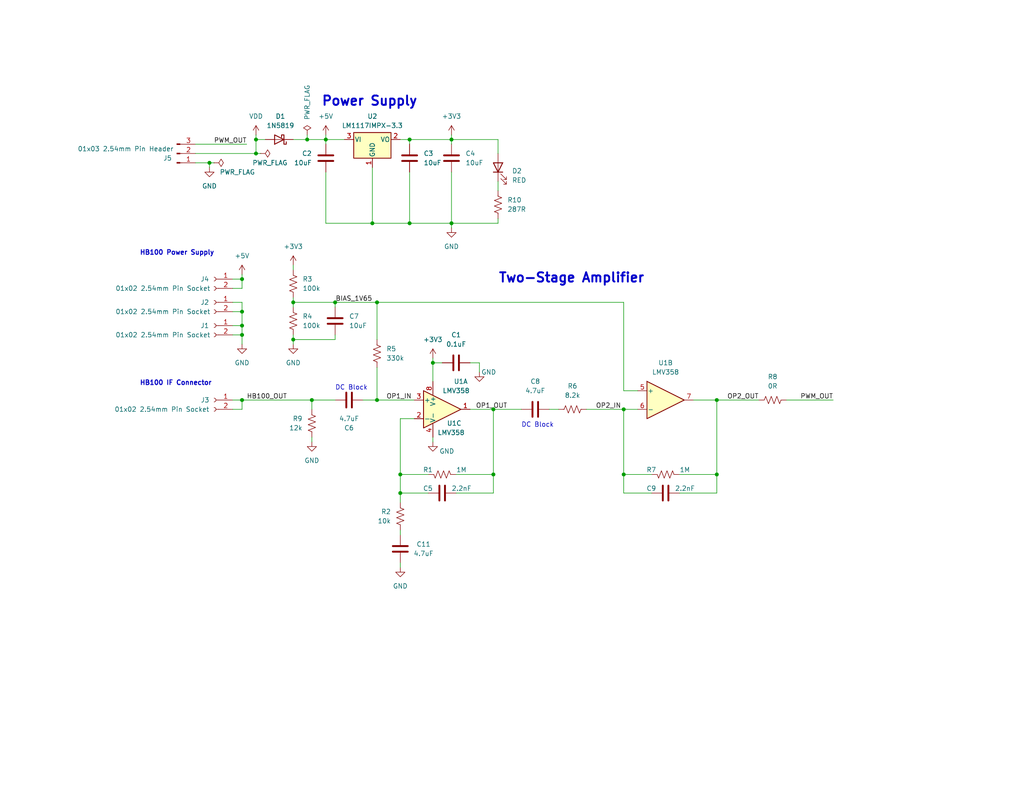
<source format=kicad_sch>
(kicad_sch
	(version 20231120)
	(generator "eeschema")
	(generator_version "8.0")
	(uuid "5ea98641-848b-4543-8477-4dedfb764695")
	(paper "A")
	(title_block
		(title "HB100 Amplifier")
		(date "2024-02-20")
		(rev "A")
		(company "pantsforbirds.com")
		(comment 1 "John McNelly - jkailimcnelly@gmail.com")
	)
	(lib_symbols
		(symbol "Amplifier_Operational:LM358"
			(pin_names
				(offset 0.127)
			)
			(exclude_from_sim no)
			(in_bom yes)
			(on_board yes)
			(property "Reference" "U"
				(at 0 5.08 0)
				(effects
					(font
						(size 1.27 1.27)
					)
					(justify left)
				)
			)
			(property "Value" "LM358"
				(at 0 -5.08 0)
				(effects
					(font
						(size 1.27 1.27)
					)
					(justify left)
				)
			)
			(property "Footprint" ""
				(at 0 0 0)
				(effects
					(font
						(size 1.27 1.27)
					)
					(hide yes)
				)
			)
			(property "Datasheet" "http://www.ti.com/lit/ds/symlink/lm2904-n.pdf"
				(at 0 0 0)
				(effects
					(font
						(size 1.27 1.27)
					)
					(hide yes)
				)
			)
			(property "Description" "Low-Power, Dual Operational Amplifiers, DIP-8/SOIC-8/TO-99-8"
				(at 0 0 0)
				(effects
					(font
						(size 1.27 1.27)
					)
					(hide yes)
				)
			)
			(property "ki_locked" ""
				(at 0 0 0)
				(effects
					(font
						(size 1.27 1.27)
					)
				)
			)
			(property "ki_keywords" "dual opamp"
				(at 0 0 0)
				(effects
					(font
						(size 1.27 1.27)
					)
					(hide yes)
				)
			)
			(property "ki_fp_filters" "SOIC*3.9x4.9mm*P1.27mm* DIP*W7.62mm* TO*99* OnSemi*Micro8* TSSOP*3x3mm*P0.65mm* TSSOP*4.4x3mm*P0.65mm* MSOP*3x3mm*P0.65mm* SSOP*3.9x4.9mm*P0.635mm* LFCSP*2x2mm*P0.5mm* *SIP* SOIC*5.3x6.2mm*P1.27mm*"
				(at 0 0 0)
				(effects
					(font
						(size 1.27 1.27)
					)
					(hide yes)
				)
			)
			(symbol "LM358_1_1"
				(polyline
					(pts
						(xy -5.08 5.08) (xy 5.08 0) (xy -5.08 -5.08) (xy -5.08 5.08)
					)
					(stroke
						(width 0.254)
						(type default)
					)
					(fill
						(type background)
					)
				)
				(pin output line
					(at 7.62 0 180)
					(length 2.54)
					(name "~"
						(effects
							(font
								(size 1.27 1.27)
							)
						)
					)
					(number "1"
						(effects
							(font
								(size 1.27 1.27)
							)
						)
					)
				)
				(pin input line
					(at -7.62 -2.54 0)
					(length 2.54)
					(name "-"
						(effects
							(font
								(size 1.27 1.27)
							)
						)
					)
					(number "2"
						(effects
							(font
								(size 1.27 1.27)
							)
						)
					)
				)
				(pin input line
					(at -7.62 2.54 0)
					(length 2.54)
					(name "+"
						(effects
							(font
								(size 1.27 1.27)
							)
						)
					)
					(number "3"
						(effects
							(font
								(size 1.27 1.27)
							)
						)
					)
				)
			)
			(symbol "LM358_2_1"
				(polyline
					(pts
						(xy -5.08 5.08) (xy 5.08 0) (xy -5.08 -5.08) (xy -5.08 5.08)
					)
					(stroke
						(width 0.254)
						(type default)
					)
					(fill
						(type background)
					)
				)
				(pin input line
					(at -7.62 2.54 0)
					(length 2.54)
					(name "+"
						(effects
							(font
								(size 1.27 1.27)
							)
						)
					)
					(number "5"
						(effects
							(font
								(size 1.27 1.27)
							)
						)
					)
				)
				(pin input line
					(at -7.62 -2.54 0)
					(length 2.54)
					(name "-"
						(effects
							(font
								(size 1.27 1.27)
							)
						)
					)
					(number "6"
						(effects
							(font
								(size 1.27 1.27)
							)
						)
					)
				)
				(pin output line
					(at 7.62 0 180)
					(length 2.54)
					(name "~"
						(effects
							(font
								(size 1.27 1.27)
							)
						)
					)
					(number "7"
						(effects
							(font
								(size 1.27 1.27)
							)
						)
					)
				)
			)
			(symbol "LM358_3_1"
				(pin power_in line
					(at -2.54 -7.62 90)
					(length 3.81)
					(name "V-"
						(effects
							(font
								(size 1.27 1.27)
							)
						)
					)
					(number "4"
						(effects
							(font
								(size 1.27 1.27)
							)
						)
					)
				)
				(pin power_in line
					(at -2.54 7.62 270)
					(length 3.81)
					(name "V+"
						(effects
							(font
								(size 1.27 1.27)
							)
						)
					)
					(number "8"
						(effects
							(font
								(size 1.27 1.27)
							)
						)
					)
				)
			)
		)
		(symbol "Connector:Conn_01x02_Socket"
			(pin_names
				(offset 1.016) hide)
			(exclude_from_sim no)
			(in_bom yes)
			(on_board yes)
			(property "Reference" "J"
				(at 0 2.54 0)
				(effects
					(font
						(size 1.27 1.27)
					)
				)
			)
			(property "Value" "Conn_01x02_Socket"
				(at 0 -5.08 0)
				(effects
					(font
						(size 1.27 1.27)
					)
				)
			)
			(property "Footprint" ""
				(at 0 0 0)
				(effects
					(font
						(size 1.27 1.27)
					)
					(hide yes)
				)
			)
			(property "Datasheet" "~"
				(at 0 0 0)
				(effects
					(font
						(size 1.27 1.27)
					)
					(hide yes)
				)
			)
			(property "Description" "Generic connector, single row, 01x02, script generated"
				(at 0 0 0)
				(effects
					(font
						(size 1.27 1.27)
					)
					(hide yes)
				)
			)
			(property "ki_locked" ""
				(at 0 0 0)
				(effects
					(font
						(size 1.27 1.27)
					)
				)
			)
			(property "ki_keywords" "connector"
				(at 0 0 0)
				(effects
					(font
						(size 1.27 1.27)
					)
					(hide yes)
				)
			)
			(property "ki_fp_filters" "Connector*:*_1x??_*"
				(at 0 0 0)
				(effects
					(font
						(size 1.27 1.27)
					)
					(hide yes)
				)
			)
			(symbol "Conn_01x02_Socket_1_1"
				(arc
					(start 0 -2.032)
					(mid -0.5058 -2.54)
					(end 0 -3.048)
					(stroke
						(width 0.1524)
						(type default)
					)
					(fill
						(type none)
					)
				)
				(polyline
					(pts
						(xy -1.27 -2.54) (xy -0.508 -2.54)
					)
					(stroke
						(width 0.1524)
						(type default)
					)
					(fill
						(type none)
					)
				)
				(polyline
					(pts
						(xy -1.27 0) (xy -0.508 0)
					)
					(stroke
						(width 0.1524)
						(type default)
					)
					(fill
						(type none)
					)
				)
				(arc
					(start 0 0.508)
					(mid -0.5058 0)
					(end 0 -0.508)
					(stroke
						(width 0.1524)
						(type default)
					)
					(fill
						(type none)
					)
				)
				(pin passive line
					(at -5.08 0 0)
					(length 3.81)
					(name "Pin_1"
						(effects
							(font
								(size 1.27 1.27)
							)
						)
					)
					(number "1"
						(effects
							(font
								(size 1.27 1.27)
							)
						)
					)
				)
				(pin passive line
					(at -5.08 -2.54 0)
					(length 3.81)
					(name "Pin_2"
						(effects
							(font
								(size 1.27 1.27)
							)
						)
					)
					(number "2"
						(effects
							(font
								(size 1.27 1.27)
							)
						)
					)
				)
			)
		)
		(symbol "Connector:Conn_01x03_Pin"
			(pin_names
				(offset 1.016) hide)
			(exclude_from_sim no)
			(in_bom yes)
			(on_board yes)
			(property "Reference" "J"
				(at 0 5.08 0)
				(effects
					(font
						(size 1.27 1.27)
					)
				)
			)
			(property "Value" "Conn_01x03_Pin"
				(at 0 -5.08 0)
				(effects
					(font
						(size 1.27 1.27)
					)
				)
			)
			(property "Footprint" ""
				(at 0 0 0)
				(effects
					(font
						(size 1.27 1.27)
					)
					(hide yes)
				)
			)
			(property "Datasheet" "~"
				(at 0 0 0)
				(effects
					(font
						(size 1.27 1.27)
					)
					(hide yes)
				)
			)
			(property "Description" "Generic connector, single row, 01x03, script generated"
				(at 0 0 0)
				(effects
					(font
						(size 1.27 1.27)
					)
					(hide yes)
				)
			)
			(property "ki_locked" ""
				(at 0 0 0)
				(effects
					(font
						(size 1.27 1.27)
					)
				)
			)
			(property "ki_keywords" "connector"
				(at 0 0 0)
				(effects
					(font
						(size 1.27 1.27)
					)
					(hide yes)
				)
			)
			(property "ki_fp_filters" "Connector*:*_1x??_*"
				(at 0 0 0)
				(effects
					(font
						(size 1.27 1.27)
					)
					(hide yes)
				)
			)
			(symbol "Conn_01x03_Pin_1_1"
				(polyline
					(pts
						(xy 1.27 -2.54) (xy 0.8636 -2.54)
					)
					(stroke
						(width 0.1524)
						(type default)
					)
					(fill
						(type none)
					)
				)
				(polyline
					(pts
						(xy 1.27 0) (xy 0.8636 0)
					)
					(stroke
						(width 0.1524)
						(type default)
					)
					(fill
						(type none)
					)
				)
				(polyline
					(pts
						(xy 1.27 2.54) (xy 0.8636 2.54)
					)
					(stroke
						(width 0.1524)
						(type default)
					)
					(fill
						(type none)
					)
				)
				(rectangle
					(start 0.8636 -2.413)
					(end 0 -2.667)
					(stroke
						(width 0.1524)
						(type default)
					)
					(fill
						(type outline)
					)
				)
				(rectangle
					(start 0.8636 0.127)
					(end 0 -0.127)
					(stroke
						(width 0.1524)
						(type default)
					)
					(fill
						(type outline)
					)
				)
				(rectangle
					(start 0.8636 2.667)
					(end 0 2.413)
					(stroke
						(width 0.1524)
						(type default)
					)
					(fill
						(type outline)
					)
				)
				(pin passive line
					(at 5.08 2.54 180)
					(length 3.81)
					(name "Pin_1"
						(effects
							(font
								(size 1.27 1.27)
							)
						)
					)
					(number "1"
						(effects
							(font
								(size 1.27 1.27)
							)
						)
					)
				)
				(pin passive line
					(at 5.08 0 180)
					(length 3.81)
					(name "Pin_2"
						(effects
							(font
								(size 1.27 1.27)
							)
						)
					)
					(number "2"
						(effects
							(font
								(size 1.27 1.27)
							)
						)
					)
				)
				(pin passive line
					(at 5.08 -2.54 180)
					(length 3.81)
					(name "Pin_3"
						(effects
							(font
								(size 1.27 1.27)
							)
						)
					)
					(number "3"
						(effects
							(font
								(size 1.27 1.27)
							)
						)
					)
				)
			)
		)
		(symbol "Device:C"
			(pin_numbers hide)
			(pin_names
				(offset 0.254)
			)
			(exclude_from_sim no)
			(in_bom yes)
			(on_board yes)
			(property "Reference" "C"
				(at 0.635 2.54 0)
				(effects
					(font
						(size 1.27 1.27)
					)
					(justify left)
				)
			)
			(property "Value" "C"
				(at 0.635 -2.54 0)
				(effects
					(font
						(size 1.27 1.27)
					)
					(justify left)
				)
			)
			(property "Footprint" ""
				(at 0.9652 -3.81 0)
				(effects
					(font
						(size 1.27 1.27)
					)
					(hide yes)
				)
			)
			(property "Datasheet" "~"
				(at 0 0 0)
				(effects
					(font
						(size 1.27 1.27)
					)
					(hide yes)
				)
			)
			(property "Description" "Unpolarized capacitor"
				(at 0 0 0)
				(effects
					(font
						(size 1.27 1.27)
					)
					(hide yes)
				)
			)
			(property "ki_keywords" "cap capacitor"
				(at 0 0 0)
				(effects
					(font
						(size 1.27 1.27)
					)
					(hide yes)
				)
			)
			(property "ki_fp_filters" "C_*"
				(at 0 0 0)
				(effects
					(font
						(size 1.27 1.27)
					)
					(hide yes)
				)
			)
			(symbol "C_0_1"
				(polyline
					(pts
						(xy -2.032 -0.762) (xy 2.032 -0.762)
					)
					(stroke
						(width 0.508)
						(type default)
					)
					(fill
						(type none)
					)
				)
				(polyline
					(pts
						(xy -2.032 0.762) (xy 2.032 0.762)
					)
					(stroke
						(width 0.508)
						(type default)
					)
					(fill
						(type none)
					)
				)
			)
			(symbol "C_1_1"
				(pin passive line
					(at 0 3.81 270)
					(length 2.794)
					(name "~"
						(effects
							(font
								(size 1.27 1.27)
							)
						)
					)
					(number "1"
						(effects
							(font
								(size 1.27 1.27)
							)
						)
					)
				)
				(pin passive line
					(at 0 -3.81 90)
					(length 2.794)
					(name "~"
						(effects
							(font
								(size 1.27 1.27)
							)
						)
					)
					(number "2"
						(effects
							(font
								(size 1.27 1.27)
							)
						)
					)
				)
			)
		)
		(symbol "Device:D_Schottky"
			(pin_numbers hide)
			(pin_names
				(offset 1.016) hide)
			(exclude_from_sim no)
			(in_bom yes)
			(on_board yes)
			(property "Reference" "D"
				(at 0 2.54 0)
				(effects
					(font
						(size 1.27 1.27)
					)
				)
			)
			(property "Value" "D_Schottky"
				(at 0 -2.54 0)
				(effects
					(font
						(size 1.27 1.27)
					)
				)
			)
			(property "Footprint" ""
				(at 0 0 0)
				(effects
					(font
						(size 1.27 1.27)
					)
					(hide yes)
				)
			)
			(property "Datasheet" "~"
				(at 0 0 0)
				(effects
					(font
						(size 1.27 1.27)
					)
					(hide yes)
				)
			)
			(property "Description" "Schottky diode"
				(at 0 0 0)
				(effects
					(font
						(size 1.27 1.27)
					)
					(hide yes)
				)
			)
			(property "ki_keywords" "diode Schottky"
				(at 0 0 0)
				(effects
					(font
						(size 1.27 1.27)
					)
					(hide yes)
				)
			)
			(property "ki_fp_filters" "TO-???* *_Diode_* *SingleDiode* D_*"
				(at 0 0 0)
				(effects
					(font
						(size 1.27 1.27)
					)
					(hide yes)
				)
			)
			(symbol "D_Schottky_0_1"
				(polyline
					(pts
						(xy 1.27 0) (xy -1.27 0)
					)
					(stroke
						(width 0)
						(type default)
					)
					(fill
						(type none)
					)
				)
				(polyline
					(pts
						(xy 1.27 1.27) (xy 1.27 -1.27) (xy -1.27 0) (xy 1.27 1.27)
					)
					(stroke
						(width 0.254)
						(type default)
					)
					(fill
						(type none)
					)
				)
				(polyline
					(pts
						(xy -1.905 0.635) (xy -1.905 1.27) (xy -1.27 1.27) (xy -1.27 -1.27) (xy -0.635 -1.27) (xy -0.635 -0.635)
					)
					(stroke
						(width 0.254)
						(type default)
					)
					(fill
						(type none)
					)
				)
			)
			(symbol "D_Schottky_1_1"
				(pin passive line
					(at -3.81 0 0)
					(length 2.54)
					(name "K"
						(effects
							(font
								(size 1.27 1.27)
							)
						)
					)
					(number "1"
						(effects
							(font
								(size 1.27 1.27)
							)
						)
					)
				)
				(pin passive line
					(at 3.81 0 180)
					(length 2.54)
					(name "A"
						(effects
							(font
								(size 1.27 1.27)
							)
						)
					)
					(number "2"
						(effects
							(font
								(size 1.27 1.27)
							)
						)
					)
				)
			)
		)
		(symbol "Device:LED"
			(pin_numbers hide)
			(pin_names
				(offset 1.016) hide)
			(exclude_from_sim no)
			(in_bom yes)
			(on_board yes)
			(property "Reference" "D"
				(at 0 2.54 0)
				(effects
					(font
						(size 1.27 1.27)
					)
				)
			)
			(property "Value" "LED"
				(at 0 -2.54 0)
				(effects
					(font
						(size 1.27 1.27)
					)
				)
			)
			(property "Footprint" ""
				(at 0 0 0)
				(effects
					(font
						(size 1.27 1.27)
					)
					(hide yes)
				)
			)
			(property "Datasheet" "~"
				(at 0 0 0)
				(effects
					(font
						(size 1.27 1.27)
					)
					(hide yes)
				)
			)
			(property "Description" "Light emitting diode"
				(at 0 0 0)
				(effects
					(font
						(size 1.27 1.27)
					)
					(hide yes)
				)
			)
			(property "ki_keywords" "LED diode"
				(at 0 0 0)
				(effects
					(font
						(size 1.27 1.27)
					)
					(hide yes)
				)
			)
			(property "ki_fp_filters" "LED* LED_SMD:* LED_THT:*"
				(at 0 0 0)
				(effects
					(font
						(size 1.27 1.27)
					)
					(hide yes)
				)
			)
			(symbol "LED_0_1"
				(polyline
					(pts
						(xy -1.27 -1.27) (xy -1.27 1.27)
					)
					(stroke
						(width 0.254)
						(type default)
					)
					(fill
						(type none)
					)
				)
				(polyline
					(pts
						(xy -1.27 0) (xy 1.27 0)
					)
					(stroke
						(width 0)
						(type default)
					)
					(fill
						(type none)
					)
				)
				(polyline
					(pts
						(xy 1.27 -1.27) (xy 1.27 1.27) (xy -1.27 0) (xy 1.27 -1.27)
					)
					(stroke
						(width 0.254)
						(type default)
					)
					(fill
						(type none)
					)
				)
				(polyline
					(pts
						(xy -3.048 -0.762) (xy -4.572 -2.286) (xy -3.81 -2.286) (xy -4.572 -2.286) (xy -4.572 -1.524)
					)
					(stroke
						(width 0)
						(type default)
					)
					(fill
						(type none)
					)
				)
				(polyline
					(pts
						(xy -1.778 -0.762) (xy -3.302 -2.286) (xy -2.54 -2.286) (xy -3.302 -2.286) (xy -3.302 -1.524)
					)
					(stroke
						(width 0)
						(type default)
					)
					(fill
						(type none)
					)
				)
			)
			(symbol "LED_1_1"
				(pin passive line
					(at -3.81 0 0)
					(length 2.54)
					(name "K"
						(effects
							(font
								(size 1.27 1.27)
							)
						)
					)
					(number "1"
						(effects
							(font
								(size 1.27 1.27)
							)
						)
					)
				)
				(pin passive line
					(at 3.81 0 180)
					(length 2.54)
					(name "A"
						(effects
							(font
								(size 1.27 1.27)
							)
						)
					)
					(number "2"
						(effects
							(font
								(size 1.27 1.27)
							)
						)
					)
				)
			)
		)
		(symbol "Device:R_US"
			(pin_numbers hide)
			(pin_names
				(offset 0)
			)
			(exclude_from_sim no)
			(in_bom yes)
			(on_board yes)
			(property "Reference" "R"
				(at 2.54 0 90)
				(effects
					(font
						(size 1.27 1.27)
					)
				)
			)
			(property "Value" "R_US"
				(at -2.54 0 90)
				(effects
					(font
						(size 1.27 1.27)
					)
				)
			)
			(property "Footprint" ""
				(at 1.016 -0.254 90)
				(effects
					(font
						(size 1.27 1.27)
					)
					(hide yes)
				)
			)
			(property "Datasheet" "~"
				(at 0 0 0)
				(effects
					(font
						(size 1.27 1.27)
					)
					(hide yes)
				)
			)
			(property "Description" "Resistor, US symbol"
				(at 0 0 0)
				(effects
					(font
						(size 1.27 1.27)
					)
					(hide yes)
				)
			)
			(property "ki_keywords" "R res resistor"
				(at 0 0 0)
				(effects
					(font
						(size 1.27 1.27)
					)
					(hide yes)
				)
			)
			(property "ki_fp_filters" "R_*"
				(at 0 0 0)
				(effects
					(font
						(size 1.27 1.27)
					)
					(hide yes)
				)
			)
			(symbol "R_US_0_1"
				(polyline
					(pts
						(xy 0 -2.286) (xy 0 -2.54)
					)
					(stroke
						(width 0)
						(type default)
					)
					(fill
						(type none)
					)
				)
				(polyline
					(pts
						(xy 0 2.286) (xy 0 2.54)
					)
					(stroke
						(width 0)
						(type default)
					)
					(fill
						(type none)
					)
				)
				(polyline
					(pts
						(xy 0 -0.762) (xy 1.016 -1.143) (xy 0 -1.524) (xy -1.016 -1.905) (xy 0 -2.286)
					)
					(stroke
						(width 0)
						(type default)
					)
					(fill
						(type none)
					)
				)
				(polyline
					(pts
						(xy 0 0.762) (xy 1.016 0.381) (xy 0 0) (xy -1.016 -0.381) (xy 0 -0.762)
					)
					(stroke
						(width 0)
						(type default)
					)
					(fill
						(type none)
					)
				)
				(polyline
					(pts
						(xy 0 2.286) (xy 1.016 1.905) (xy 0 1.524) (xy -1.016 1.143) (xy 0 0.762)
					)
					(stroke
						(width 0)
						(type default)
					)
					(fill
						(type none)
					)
				)
			)
			(symbol "R_US_1_1"
				(pin passive line
					(at 0 3.81 270)
					(length 1.27)
					(name "~"
						(effects
							(font
								(size 1.27 1.27)
							)
						)
					)
					(number "1"
						(effects
							(font
								(size 1.27 1.27)
							)
						)
					)
				)
				(pin passive line
					(at 0 -3.81 90)
					(length 1.27)
					(name "~"
						(effects
							(font
								(size 1.27 1.27)
							)
						)
					)
					(number "2"
						(effects
							(font
								(size 1.27 1.27)
							)
						)
					)
				)
			)
		)
		(symbol "Regulator_Linear:AZ1117-3.3"
			(pin_names
				(offset 0.254)
			)
			(exclude_from_sim no)
			(in_bom yes)
			(on_board yes)
			(property "Reference" "U"
				(at -3.81 3.175 0)
				(effects
					(font
						(size 1.27 1.27)
					)
				)
			)
			(property "Value" "AZ1117-3.3"
				(at 0 3.175 0)
				(effects
					(font
						(size 1.27 1.27)
					)
					(justify left)
				)
			)
			(property "Footprint" ""
				(at 0 6.35 0)
				(effects
					(font
						(size 1.27 1.27)
						(italic yes)
					)
					(hide yes)
				)
			)
			(property "Datasheet" "https://www.diodes.com/assets/Datasheets/AZ1117.pdf"
				(at 0 0 0)
				(effects
					(font
						(size 1.27 1.27)
					)
					(hide yes)
				)
			)
			(property "Description" "1A 20V Fixed LDO Linear Regulator, 3.3V, SOT-89/SOT-223/TO-220/TO-252/TO-263"
				(at 0 0 0)
				(effects
					(font
						(size 1.27 1.27)
					)
					(hide yes)
				)
			)
			(property "ki_keywords" "Fixed Voltage Regulator 1A Positive LDO"
				(at 0 0 0)
				(effects
					(font
						(size 1.27 1.27)
					)
					(hide yes)
				)
			)
			(property "ki_fp_filters" "SOT?223* SOT?89* TO?220* TO?252* TO?263*"
				(at 0 0 0)
				(effects
					(font
						(size 1.27 1.27)
					)
					(hide yes)
				)
			)
			(symbol "AZ1117-3.3_0_1"
				(rectangle
					(start -5.08 1.905)
					(end 5.08 -5.08)
					(stroke
						(width 0.254)
						(type default)
					)
					(fill
						(type background)
					)
				)
			)
			(symbol "AZ1117-3.3_1_1"
				(pin power_in line
					(at 0 -7.62 90)
					(length 2.54)
					(name "GND"
						(effects
							(font
								(size 1.27 1.27)
							)
						)
					)
					(number "1"
						(effects
							(font
								(size 1.27 1.27)
							)
						)
					)
				)
				(pin power_out line
					(at 7.62 0 180)
					(length 2.54)
					(name "VO"
						(effects
							(font
								(size 1.27 1.27)
							)
						)
					)
					(number "2"
						(effects
							(font
								(size 1.27 1.27)
							)
						)
					)
				)
				(pin power_in line
					(at -7.62 0 0)
					(length 2.54)
					(name "VI"
						(effects
							(font
								(size 1.27 1.27)
							)
						)
					)
					(number "3"
						(effects
							(font
								(size 1.27 1.27)
							)
						)
					)
				)
			)
		)
		(symbol "power:+3V3"
			(power)
			(pin_names
				(offset 0)
			)
			(exclude_from_sim no)
			(in_bom yes)
			(on_board yes)
			(property "Reference" "#PWR"
				(at 0 -3.81 0)
				(effects
					(font
						(size 1.27 1.27)
					)
					(hide yes)
				)
			)
			(property "Value" "+3V3"
				(at 0 3.556 0)
				(effects
					(font
						(size 1.27 1.27)
					)
				)
			)
			(property "Footprint" ""
				(at 0 0 0)
				(effects
					(font
						(size 1.27 1.27)
					)
					(hide yes)
				)
			)
			(property "Datasheet" ""
				(at 0 0 0)
				(effects
					(font
						(size 1.27 1.27)
					)
					(hide yes)
				)
			)
			(property "Description" "Power symbol creates a global label with name \"+3V3\""
				(at 0 0 0)
				(effects
					(font
						(size 1.27 1.27)
					)
					(hide yes)
				)
			)
			(property "ki_keywords" "global power"
				(at 0 0 0)
				(effects
					(font
						(size 1.27 1.27)
					)
					(hide yes)
				)
			)
			(symbol "+3V3_0_1"
				(polyline
					(pts
						(xy -0.762 1.27) (xy 0 2.54)
					)
					(stroke
						(width 0)
						(type default)
					)
					(fill
						(type none)
					)
				)
				(polyline
					(pts
						(xy 0 0) (xy 0 2.54)
					)
					(stroke
						(width 0)
						(type default)
					)
					(fill
						(type none)
					)
				)
				(polyline
					(pts
						(xy 0 2.54) (xy 0.762 1.27)
					)
					(stroke
						(width 0)
						(type default)
					)
					(fill
						(type none)
					)
				)
			)
			(symbol "+3V3_1_1"
				(pin power_in line
					(at 0 0 90)
					(length 0) hide
					(name "+3V3"
						(effects
							(font
								(size 1.27 1.27)
							)
						)
					)
					(number "1"
						(effects
							(font
								(size 1.27 1.27)
							)
						)
					)
				)
			)
		)
		(symbol "power:+5V"
			(power)
			(pin_names
				(offset 0)
			)
			(exclude_from_sim no)
			(in_bom yes)
			(on_board yes)
			(property "Reference" "#PWR"
				(at 0 -3.81 0)
				(effects
					(font
						(size 1.27 1.27)
					)
					(hide yes)
				)
			)
			(property "Value" "+5V"
				(at 0 3.556 0)
				(effects
					(font
						(size 1.27 1.27)
					)
				)
			)
			(property "Footprint" ""
				(at 0 0 0)
				(effects
					(font
						(size 1.27 1.27)
					)
					(hide yes)
				)
			)
			(property "Datasheet" ""
				(at 0 0 0)
				(effects
					(font
						(size 1.27 1.27)
					)
					(hide yes)
				)
			)
			(property "Description" "Power symbol creates a global label with name \"+5V\""
				(at 0 0 0)
				(effects
					(font
						(size 1.27 1.27)
					)
					(hide yes)
				)
			)
			(property "ki_keywords" "global power"
				(at 0 0 0)
				(effects
					(font
						(size 1.27 1.27)
					)
					(hide yes)
				)
			)
			(symbol "+5V_0_1"
				(polyline
					(pts
						(xy -0.762 1.27) (xy 0 2.54)
					)
					(stroke
						(width 0)
						(type default)
					)
					(fill
						(type none)
					)
				)
				(polyline
					(pts
						(xy 0 0) (xy 0 2.54)
					)
					(stroke
						(width 0)
						(type default)
					)
					(fill
						(type none)
					)
				)
				(polyline
					(pts
						(xy 0 2.54) (xy 0.762 1.27)
					)
					(stroke
						(width 0)
						(type default)
					)
					(fill
						(type none)
					)
				)
			)
			(symbol "+5V_1_1"
				(pin power_in line
					(at 0 0 90)
					(length 0) hide
					(name "+5V"
						(effects
							(font
								(size 1.27 1.27)
							)
						)
					)
					(number "1"
						(effects
							(font
								(size 1.27 1.27)
							)
						)
					)
				)
			)
		)
		(symbol "power:GND"
			(power)
			(pin_names
				(offset 0)
			)
			(exclude_from_sim no)
			(in_bom yes)
			(on_board yes)
			(property "Reference" "#PWR"
				(at 0 -6.35 0)
				(effects
					(font
						(size 1.27 1.27)
					)
					(hide yes)
				)
			)
			(property "Value" "GND"
				(at 0 -3.81 0)
				(effects
					(font
						(size 1.27 1.27)
					)
				)
			)
			(property "Footprint" ""
				(at 0 0 0)
				(effects
					(font
						(size 1.27 1.27)
					)
					(hide yes)
				)
			)
			(property "Datasheet" ""
				(at 0 0 0)
				(effects
					(font
						(size 1.27 1.27)
					)
					(hide yes)
				)
			)
			(property "Description" "Power symbol creates a global label with name \"GND\" , ground"
				(at 0 0 0)
				(effects
					(font
						(size 1.27 1.27)
					)
					(hide yes)
				)
			)
			(property "ki_keywords" "global power"
				(at 0 0 0)
				(effects
					(font
						(size 1.27 1.27)
					)
					(hide yes)
				)
			)
			(symbol "GND_0_1"
				(polyline
					(pts
						(xy 0 0) (xy 0 -1.27) (xy 1.27 -1.27) (xy 0 -2.54) (xy -1.27 -1.27) (xy 0 -1.27)
					)
					(stroke
						(width 0)
						(type default)
					)
					(fill
						(type none)
					)
				)
			)
			(symbol "GND_1_1"
				(pin power_in line
					(at 0 0 270)
					(length 0) hide
					(name "GND"
						(effects
							(font
								(size 1.27 1.27)
							)
						)
					)
					(number "1"
						(effects
							(font
								(size 1.27 1.27)
							)
						)
					)
				)
			)
		)
		(symbol "power:PWR_FLAG"
			(power)
			(pin_numbers hide)
			(pin_names
				(offset 0) hide)
			(exclude_from_sim no)
			(in_bom yes)
			(on_board yes)
			(property "Reference" "#FLG"
				(at 0 1.905 0)
				(effects
					(font
						(size 1.27 1.27)
					)
					(hide yes)
				)
			)
			(property "Value" "PWR_FLAG"
				(at 0 3.81 0)
				(effects
					(font
						(size 1.27 1.27)
					)
				)
			)
			(property "Footprint" ""
				(at 0 0 0)
				(effects
					(font
						(size 1.27 1.27)
					)
					(hide yes)
				)
			)
			(property "Datasheet" "~"
				(at 0 0 0)
				(effects
					(font
						(size 1.27 1.27)
					)
					(hide yes)
				)
			)
			(property "Description" "Special symbol for telling ERC where power comes from"
				(at 0 0 0)
				(effects
					(font
						(size 1.27 1.27)
					)
					(hide yes)
				)
			)
			(property "ki_keywords" "flag power"
				(at 0 0 0)
				(effects
					(font
						(size 1.27 1.27)
					)
					(hide yes)
				)
			)
			(symbol "PWR_FLAG_0_0"
				(pin power_out line
					(at 0 0 90)
					(length 0)
					(name "pwr"
						(effects
							(font
								(size 1.27 1.27)
							)
						)
					)
					(number "1"
						(effects
							(font
								(size 1.27 1.27)
							)
						)
					)
				)
			)
			(symbol "PWR_FLAG_0_1"
				(polyline
					(pts
						(xy 0 0) (xy 0 1.27) (xy -1.016 1.905) (xy 0 2.54) (xy 1.016 1.905) (xy 0 1.27)
					)
					(stroke
						(width 0)
						(type default)
					)
					(fill
						(type none)
					)
				)
			)
		)
		(symbol "power:VDD"
			(power)
			(pin_names
				(offset 0)
			)
			(exclude_from_sim no)
			(in_bom yes)
			(on_board yes)
			(property "Reference" "#PWR"
				(at 0 -3.81 0)
				(effects
					(font
						(size 1.27 1.27)
					)
					(hide yes)
				)
			)
			(property "Value" "VDD"
				(at 0 3.81 0)
				(effects
					(font
						(size 1.27 1.27)
					)
				)
			)
			(property "Footprint" ""
				(at 0 0 0)
				(effects
					(font
						(size 1.27 1.27)
					)
					(hide yes)
				)
			)
			(property "Datasheet" ""
				(at 0 0 0)
				(effects
					(font
						(size 1.27 1.27)
					)
					(hide yes)
				)
			)
			(property "Description" "Power symbol creates a global label with name \"VDD\""
				(at 0 0 0)
				(effects
					(font
						(size 1.27 1.27)
					)
					(hide yes)
				)
			)
			(property "ki_keywords" "global power"
				(at 0 0 0)
				(effects
					(font
						(size 1.27 1.27)
					)
					(hide yes)
				)
			)
			(symbol "VDD_0_1"
				(polyline
					(pts
						(xy -0.762 1.27) (xy 0 2.54)
					)
					(stroke
						(width 0)
						(type default)
					)
					(fill
						(type none)
					)
				)
				(polyline
					(pts
						(xy 0 0) (xy 0 2.54)
					)
					(stroke
						(width 0)
						(type default)
					)
					(fill
						(type none)
					)
				)
				(polyline
					(pts
						(xy 0 2.54) (xy 0.762 1.27)
					)
					(stroke
						(width 0)
						(type default)
					)
					(fill
						(type none)
					)
				)
			)
			(symbol "VDD_1_1"
				(pin power_in line
					(at 0 0 90)
					(length 0) hide
					(name "VDD"
						(effects
							(font
								(size 1.27 1.27)
							)
						)
					)
					(number "1"
						(effects
							(font
								(size 1.27 1.27)
							)
						)
					)
				)
			)
		)
	)
	(junction
		(at 66.04 88.9)
		(diameter 0)
		(color 0 0 0 0)
		(uuid "015d1553-021f-4f33-9c32-c1d8da3b0faa")
	)
	(junction
		(at 111.76 60.96)
		(diameter 0)
		(color 0 0 0 0)
		(uuid "0530d73e-1014-4137-8396-ac82b2bac9f8")
	)
	(junction
		(at 66.04 85.09)
		(diameter 0)
		(color 0 0 0 0)
		(uuid "0e39aea9-c029-478b-a0ff-dd5ab5b14fcf")
	)
	(junction
		(at 123.19 60.96)
		(diameter 0)
		(color 0 0 0 0)
		(uuid "16584fdd-172e-4dad-a550-cd6d17558f38")
	)
	(junction
		(at 69.85 41.91)
		(diameter 0)
		(color 0 0 0 0)
		(uuid "28f791bb-d020-43f9-8889-1b6d77b78ffd")
	)
	(junction
		(at 101.6 60.96)
		(diameter 0)
		(color 0 0 0 0)
		(uuid "2a7bc29d-8c78-4830-909f-ef790cd93472")
	)
	(junction
		(at 69.85 38.1)
		(diameter 0)
		(color 0 0 0 0)
		(uuid "305b3d07-2fd2-40eb-99c8-c065066caf13")
	)
	(junction
		(at 134.62 129.54)
		(diameter 0)
		(color 0 0 0 0)
		(uuid "3477e396-5dfb-4f07-9b29-239e685c4c1a")
	)
	(junction
		(at 57.15 44.45)
		(diameter 0)
		(color 0 0 0 0)
		(uuid "5933b86f-e0ac-4536-a4cd-792524b2590f")
	)
	(junction
		(at 134.62 111.76)
		(diameter 0)
		(color 0 0 0 0)
		(uuid "66e6b815-6d56-4cf4-87f3-8624250a283b")
	)
	(junction
		(at 111.76 38.1)
		(diameter 0)
		(color 0 0 0 0)
		(uuid "6e651fa3-7042-49d2-955d-c68374d4a483")
	)
	(junction
		(at 170.18 129.54)
		(diameter 0)
		(color 0 0 0 0)
		(uuid "7705f4f6-9e71-473f-80c8-4ad8279a4681")
	)
	(junction
		(at 83.82 38.1)
		(diameter 0)
		(color 0 0 0 0)
		(uuid "8201288c-443a-43f0-9be4-8712a790f2f1")
	)
	(junction
		(at 170.18 111.76)
		(diameter 0)
		(color 0 0 0 0)
		(uuid "823624da-4344-4318-8d03-d3f1c0f3d4a0")
	)
	(junction
		(at 85.09 109.22)
		(diameter 0)
		(color 0 0 0 0)
		(uuid "8b511574-664f-4df0-8abc-2df6c50ce178")
	)
	(junction
		(at 195.58 129.54)
		(diameter 0)
		(color 0 0 0 0)
		(uuid "8b72c646-afe1-4a02-9f28-2681a17c11ec")
	)
	(junction
		(at 66.04 76.2)
		(diameter 0)
		(color 0 0 0 0)
		(uuid "9734283a-2d6e-4a48-93bb-f382126b4a13")
	)
	(junction
		(at 195.58 109.22)
		(diameter 0)
		(color 0 0 0 0)
		(uuid "aab35727-e96e-492b-a491-d4e5df815152")
	)
	(junction
		(at 118.11 99.06)
		(diameter 0)
		(color 0 0 0 0)
		(uuid "ab7a4a34-cdeb-42fb-831a-56cef90e3364")
	)
	(junction
		(at 102.87 109.22)
		(diameter 0)
		(color 0 0 0 0)
		(uuid "aedf8a28-667d-4b32-a523-4cd71e554161")
	)
	(junction
		(at 80.01 82.55)
		(diameter 0)
		(color 0 0 0 0)
		(uuid "ba1ac8d4-ef4f-4b08-a7e2-a9b314481cf6")
	)
	(junction
		(at 66.04 91.44)
		(diameter 0)
		(color 0 0 0 0)
		(uuid "bd491a18-f9e8-45e8-83e3-4fd801085616")
	)
	(junction
		(at 109.22 129.54)
		(diameter 0)
		(color 0 0 0 0)
		(uuid "c9a18a64-949e-45e6-8d85-a70498d0ae12")
	)
	(junction
		(at 109.22 134.62)
		(diameter 0)
		(color 0 0 0 0)
		(uuid "cbc4840e-7ea0-470f-9e64-7d85572cedad")
	)
	(junction
		(at 80.01 92.71)
		(diameter 0)
		(color 0 0 0 0)
		(uuid "da733667-2685-4fb0-8b02-8fc2c97a1160")
	)
	(junction
		(at 123.19 38.1)
		(diameter 0)
		(color 0 0 0 0)
		(uuid "dfaee259-bc89-42db-ab6f-36d656087ceb")
	)
	(junction
		(at 91.44 82.55)
		(diameter 0)
		(color 0 0 0 0)
		(uuid "e524265c-651d-4054-995d-f2fe841ac45c")
	)
	(junction
		(at 102.87 82.55)
		(diameter 0)
		(color 0 0 0 0)
		(uuid "ee1e75aa-f641-4571-9ba7-73eca5a5fb5e")
	)
	(junction
		(at 66.04 109.22)
		(diameter 0)
		(color 0 0 0 0)
		(uuid "fbe76728-1ec2-4a9e-8c2c-b069e0940fb4")
	)
	(junction
		(at 88.9 38.1)
		(diameter 0)
		(color 0 0 0 0)
		(uuid "fd5d5030-fafa-4d21-b450-41c6191ce045")
	)
	(wire
		(pts
			(xy 149.86 111.76) (xy 152.4 111.76)
		)
		(stroke
			(width 0)
			(type default)
		)
		(uuid "01e30e19-e618-49d8-8d45-7466a234bf1b")
	)
	(wire
		(pts
			(xy 88.9 46.99) (xy 88.9 60.96)
		)
		(stroke
			(width 0)
			(type default)
		)
		(uuid "0269affc-dea6-4692-b489-1719e67ef440")
	)
	(wire
		(pts
			(xy 66.04 93.98) (xy 66.04 91.44)
		)
		(stroke
			(width 0)
			(type default)
		)
		(uuid "08491b74-a619-443b-ba75-3f1c3f9d12a5")
	)
	(wire
		(pts
			(xy 123.19 60.96) (xy 123.19 62.23)
		)
		(stroke
			(width 0)
			(type default)
		)
		(uuid "0d7a58fc-71b6-4229-9cdd-5f2a22dae688")
	)
	(wire
		(pts
			(xy 111.76 60.96) (xy 123.19 60.96)
		)
		(stroke
			(width 0)
			(type default)
		)
		(uuid "10c6053e-d404-4c53-bbe8-bee34b8dd253")
	)
	(wire
		(pts
			(xy 102.87 92.71) (xy 102.87 82.55)
		)
		(stroke
			(width 0)
			(type default)
		)
		(uuid "129c8814-1aa3-47ca-9d9b-9d30de995473")
	)
	(wire
		(pts
			(xy 135.89 59.69) (xy 135.89 60.96)
		)
		(stroke
			(width 0)
			(type default)
		)
		(uuid "17e0fb0a-a035-4660-bafc-d7d609371a56")
	)
	(wire
		(pts
			(xy 160.02 111.76) (xy 170.18 111.76)
		)
		(stroke
			(width 0)
			(type default)
		)
		(uuid "18dbce25-b68e-4571-8255-021525fae95e")
	)
	(wire
		(pts
			(xy 128.27 111.76) (xy 134.62 111.76)
		)
		(stroke
			(width 0)
			(type default)
		)
		(uuid "1a3f43e3-a7da-4dc9-9191-d119c59e7db3")
	)
	(wire
		(pts
			(xy 66.04 85.09) (xy 63.5 85.09)
		)
		(stroke
			(width 0)
			(type default)
		)
		(uuid "1a534b6a-70d8-4fc6-bae2-818f0d0b8290")
	)
	(wire
		(pts
			(xy 69.85 36.83) (xy 69.85 38.1)
		)
		(stroke
			(width 0)
			(type default)
		)
		(uuid "1b4f303c-20a1-4871-a102-908bb952be66")
	)
	(wire
		(pts
			(xy 57.15 45.72) (xy 57.15 44.45)
		)
		(stroke
			(width 0)
			(type default)
		)
		(uuid "221efbe0-efc3-4b46-a208-f1a8e7bb54e3")
	)
	(wire
		(pts
			(xy 109.22 134.62) (xy 109.22 137.16)
		)
		(stroke
			(width 0)
			(type default)
		)
		(uuid "2333cbd5-b8db-4784-8127-9504a61c726b")
	)
	(wire
		(pts
			(xy 118.11 99.06) (xy 118.11 104.14)
		)
		(stroke
			(width 0)
			(type default)
		)
		(uuid "2852c4a6-d087-46d7-96e2-b422dd2a2bd5")
	)
	(wire
		(pts
			(xy 80.01 82.55) (xy 91.44 82.55)
		)
		(stroke
			(width 0)
			(type default)
		)
		(uuid "2a6d7307-52ba-41dc-a61c-6aacca2bea70")
	)
	(wire
		(pts
			(xy 91.44 109.22) (xy 85.09 109.22)
		)
		(stroke
			(width 0)
			(type default)
		)
		(uuid "2aacd434-72ea-4f86-bca4-49ea42207b92")
	)
	(wire
		(pts
			(xy 135.89 60.96) (xy 123.19 60.96)
		)
		(stroke
			(width 0)
			(type default)
		)
		(uuid "2ae332ea-51c9-498d-a2c3-66134e12d4cb")
	)
	(wire
		(pts
			(xy 66.04 111.76) (xy 66.04 109.22)
		)
		(stroke
			(width 0)
			(type default)
		)
		(uuid "2b57bf60-6ee3-4852-86e4-094558ab7f00")
	)
	(wire
		(pts
			(xy 109.22 38.1) (xy 111.76 38.1)
		)
		(stroke
			(width 0)
			(type default)
		)
		(uuid "2d05c44f-ddb8-4f0d-b6d0-515b59ead518")
	)
	(wire
		(pts
			(xy 109.22 134.62) (xy 109.22 129.54)
		)
		(stroke
			(width 0)
			(type default)
		)
		(uuid "3445d6bf-a704-4984-a92c-2b5adb92a28e")
	)
	(wire
		(pts
			(xy 102.87 82.55) (xy 170.18 82.55)
		)
		(stroke
			(width 0)
			(type default)
		)
		(uuid "38345673-6d53-49b4-9a94-565df24d7fad")
	)
	(wire
		(pts
			(xy 83.82 36.83) (xy 83.82 38.1)
		)
		(stroke
			(width 0)
			(type default)
		)
		(uuid "3934a089-fcdf-4b8e-a059-9e65b3043a56")
	)
	(wire
		(pts
			(xy 66.04 91.44) (xy 63.5 91.44)
		)
		(stroke
			(width 0)
			(type default)
		)
		(uuid "3a14e06e-e45a-4698-b0c7-eebdb92425f4")
	)
	(wire
		(pts
			(xy 177.8 134.62) (xy 170.18 134.62)
		)
		(stroke
			(width 0)
			(type default)
		)
		(uuid "3cba93f7-7d45-4056-953a-95f2c165bce8")
	)
	(wire
		(pts
			(xy 69.85 38.1) (xy 72.39 38.1)
		)
		(stroke
			(width 0)
			(type default)
		)
		(uuid "3f08a220-eb69-4f98-a8bb-ab158a756fee")
	)
	(wire
		(pts
			(xy 109.22 144.78) (xy 109.22 146.05)
		)
		(stroke
			(width 0)
			(type default)
		)
		(uuid "3fef44a0-1c4a-4744-a4eb-94133c709fe8")
	)
	(wire
		(pts
			(xy 214.63 109.22) (xy 227.33 109.22)
		)
		(stroke
			(width 0)
			(type default)
		)
		(uuid "3fffca14-6834-4487-b89d-31abde5e767a")
	)
	(wire
		(pts
			(xy 113.03 114.3) (xy 109.22 114.3)
		)
		(stroke
			(width 0)
			(type default)
		)
		(uuid "42198022-13a0-433a-b4fd-eb187800c09c")
	)
	(wire
		(pts
			(xy 88.9 38.1) (xy 93.98 38.1)
		)
		(stroke
			(width 0)
			(type default)
		)
		(uuid "46d01960-fe0b-4bd2-9289-42cde6f9206f")
	)
	(wire
		(pts
			(xy 63.5 111.76) (xy 66.04 111.76)
		)
		(stroke
			(width 0)
			(type default)
		)
		(uuid "497b49d5-f367-4b0a-8ee4-0e34c73158df")
	)
	(wire
		(pts
			(xy 124.46 134.62) (xy 134.62 134.62)
		)
		(stroke
			(width 0)
			(type default)
		)
		(uuid "4f2f92f4-5118-4548-8ea0-5763ae88fc0f")
	)
	(wire
		(pts
			(xy 66.04 74.93) (xy 66.04 76.2)
		)
		(stroke
			(width 0)
			(type default)
		)
		(uuid "514e7122-8d10-4299-865d-272947d6c66c")
	)
	(wire
		(pts
			(xy 80.01 72.39) (xy 80.01 73.66)
		)
		(stroke
			(width 0)
			(type default)
		)
		(uuid "552082f3-019b-47ee-b91b-7586e57185b4")
	)
	(wire
		(pts
			(xy 170.18 111.76) (xy 170.18 129.54)
		)
		(stroke
			(width 0)
			(type default)
		)
		(uuid "553e13a8-cd10-4083-b6a1-57d04c1629c1")
	)
	(wire
		(pts
			(xy 66.04 91.44) (xy 66.04 88.9)
		)
		(stroke
			(width 0)
			(type default)
		)
		(uuid "56295a6e-a3f6-410e-9fb7-6f2bb1271096")
	)
	(wire
		(pts
			(xy 69.85 41.91) (xy 71.12 41.91)
		)
		(stroke
			(width 0)
			(type default)
		)
		(uuid "585ab596-2b80-45f3-bdc7-2c3a655be4d1")
	)
	(wire
		(pts
			(xy 185.42 129.54) (xy 195.58 129.54)
		)
		(stroke
			(width 0)
			(type default)
		)
		(uuid "5a48cd49-8338-49df-be0a-a0d8e6119c75")
	)
	(wire
		(pts
			(xy 111.76 46.99) (xy 111.76 60.96)
		)
		(stroke
			(width 0)
			(type default)
		)
		(uuid "5ab6bca7-43d1-443f-a023-a42c7e184766")
	)
	(wire
		(pts
			(xy 101.6 45.72) (xy 101.6 60.96)
		)
		(stroke
			(width 0)
			(type default)
		)
		(uuid "5d2b9345-7855-4ba7-8549-d862f1c929bc")
	)
	(wire
		(pts
			(xy 170.18 129.54) (xy 177.8 129.54)
		)
		(stroke
			(width 0)
			(type default)
		)
		(uuid "5d3f46d1-be54-430d-9f01-3d1f003f638a")
	)
	(wire
		(pts
			(xy 134.62 111.76) (xy 142.24 111.76)
		)
		(stroke
			(width 0)
			(type default)
		)
		(uuid "5f67461d-3d0e-4ebb-a937-a04188e51855")
	)
	(wire
		(pts
			(xy 99.06 109.22) (xy 102.87 109.22)
		)
		(stroke
			(width 0)
			(type default)
		)
		(uuid "5fccdf21-f9f0-45af-b217-a08a2a3568fd")
	)
	(wire
		(pts
			(xy 109.22 154.94) (xy 109.22 153.67)
		)
		(stroke
			(width 0)
			(type default)
		)
		(uuid "62ff561a-2796-4fa4-8649-2d318e21f4fb")
	)
	(wire
		(pts
			(xy 66.04 82.55) (xy 66.04 85.09)
		)
		(stroke
			(width 0)
			(type default)
		)
		(uuid "63a813a3-712c-4b63-a093-db9545434b9f")
	)
	(wire
		(pts
			(xy 85.09 119.38) (xy 85.09 120.65)
		)
		(stroke
			(width 0)
			(type default)
		)
		(uuid "676f8a15-02ac-4724-85ee-363a5a118693")
	)
	(wire
		(pts
			(xy 69.85 38.1) (xy 69.85 41.91)
		)
		(stroke
			(width 0)
			(type default)
		)
		(uuid "69961b29-3f65-4b3a-9078-f09098fb6622")
	)
	(wire
		(pts
			(xy 109.22 129.54) (xy 116.84 129.54)
		)
		(stroke
			(width 0)
			(type default)
		)
		(uuid "6e6b2d2f-ffa4-4da5-b52d-7517806a5a74")
	)
	(wire
		(pts
			(xy 57.15 44.45) (xy 53.34 44.45)
		)
		(stroke
			(width 0)
			(type default)
		)
		(uuid "710120f6-5f4a-416f-ad2e-3cb4b70ad067")
	)
	(wire
		(pts
			(xy 170.18 111.76) (xy 173.99 111.76)
		)
		(stroke
			(width 0)
			(type default)
		)
		(uuid "71ad1f06-874d-42fb-a4c9-b26c8bd3f21b")
	)
	(wire
		(pts
			(xy 85.09 109.22) (xy 85.09 111.76)
		)
		(stroke
			(width 0)
			(type default)
		)
		(uuid "758be176-4c5f-4813-9043-5007da31bd2a")
	)
	(wire
		(pts
			(xy 170.18 82.55) (xy 170.18 106.68)
		)
		(stroke
			(width 0)
			(type default)
		)
		(uuid "761146a1-520a-42f3-ba43-907df57a312e")
	)
	(wire
		(pts
			(xy 66.04 76.2) (xy 66.04 78.74)
		)
		(stroke
			(width 0)
			(type default)
		)
		(uuid "7724e7a8-e106-4418-a02c-3282b9ac6b7a")
	)
	(wire
		(pts
			(xy 102.87 109.22) (xy 113.03 109.22)
		)
		(stroke
			(width 0)
			(type default)
		)
		(uuid "78384a9e-3883-4f79-8246-4e58ca902221")
	)
	(wire
		(pts
			(xy 80.01 92.71) (xy 80.01 93.98)
		)
		(stroke
			(width 0)
			(type default)
		)
		(uuid "7b5917f9-d412-4937-848a-9775ba089c2a")
	)
	(wire
		(pts
			(xy 88.9 60.96) (xy 101.6 60.96)
		)
		(stroke
			(width 0)
			(type default)
		)
		(uuid "83fed7f6-1a37-4128-8c00-e940cbcdf317")
	)
	(wire
		(pts
			(xy 66.04 85.09) (xy 66.04 88.9)
		)
		(stroke
			(width 0)
			(type default)
		)
		(uuid "86e3c46d-09e9-437d-8371-4d84edd014a0")
	)
	(wire
		(pts
			(xy 63.5 76.2) (xy 66.04 76.2)
		)
		(stroke
			(width 0)
			(type default)
		)
		(uuid "8c73fdbf-08a2-475b-a40a-3e5adacb2645")
	)
	(wire
		(pts
			(xy 83.82 38.1) (xy 88.9 38.1)
		)
		(stroke
			(width 0)
			(type default)
		)
		(uuid "8eb20294-2c09-4ef0-a0f2-577d4fe2bd23")
	)
	(wire
		(pts
			(xy 134.62 129.54) (xy 134.62 134.62)
		)
		(stroke
			(width 0)
			(type default)
		)
		(uuid "91785753-abaf-4e2d-bc9a-b837267cf55f")
	)
	(wire
		(pts
			(xy 170.18 129.54) (xy 170.18 134.62)
		)
		(stroke
			(width 0)
			(type default)
		)
		(uuid "93e633e6-b138-44d2-9aee-6a1b1f640b15")
	)
	(wire
		(pts
			(xy 195.58 109.22) (xy 195.58 129.54)
		)
		(stroke
			(width 0)
			(type default)
		)
		(uuid "9508fec1-494c-427c-8ead-70ff45ba3e62")
	)
	(wire
		(pts
			(xy 88.9 38.1) (xy 88.9 39.37)
		)
		(stroke
			(width 0)
			(type default)
		)
		(uuid "9592f0e7-c0d3-475a-9bcd-3fd992fe7689")
	)
	(wire
		(pts
			(xy 134.62 111.76) (xy 134.62 129.54)
		)
		(stroke
			(width 0)
			(type default)
		)
		(uuid "95bcfdd8-47fb-41ae-8931-3247e9cf1d43")
	)
	(wire
		(pts
			(xy 88.9 36.83) (xy 88.9 38.1)
		)
		(stroke
			(width 0)
			(type default)
		)
		(uuid "984b0dc8-6d86-44d8-b2db-6767ff436c20")
	)
	(wire
		(pts
			(xy 66.04 109.22) (xy 63.5 109.22)
		)
		(stroke
			(width 0)
			(type default)
		)
		(uuid "99fe0e83-dca9-45b2-bf55-d2129d6615de")
	)
	(wire
		(pts
			(xy 130.81 101.6) (xy 130.81 99.06)
		)
		(stroke
			(width 0)
			(type default)
		)
		(uuid "9acd2fb3-0907-4e3a-b1b8-e39b687cd802")
	)
	(wire
		(pts
			(xy 101.6 60.96) (xy 111.76 60.96)
		)
		(stroke
			(width 0)
			(type default)
		)
		(uuid "9f07c4e8-cb47-49cd-b89c-52f342eb566f")
	)
	(wire
		(pts
			(xy 80.01 38.1) (xy 83.82 38.1)
		)
		(stroke
			(width 0)
			(type default)
		)
		(uuid "a0cb8257-ade9-4295-ab2a-eb5cc79e7489")
	)
	(wire
		(pts
			(xy 102.87 100.33) (xy 102.87 109.22)
		)
		(stroke
			(width 0)
			(type default)
		)
		(uuid "a42153d3-3250-4516-a5a7-da0a12fad80c")
	)
	(wire
		(pts
			(xy 116.84 134.62) (xy 109.22 134.62)
		)
		(stroke
			(width 0)
			(type default)
		)
		(uuid "a8e95c87-a144-4f9b-9b35-b721d432e0c1")
	)
	(wire
		(pts
			(xy 118.11 119.38) (xy 118.11 120.65)
		)
		(stroke
			(width 0)
			(type default)
		)
		(uuid "a956d1bf-27fc-4a0a-84b9-1440b4c6a979")
	)
	(wire
		(pts
			(xy 66.04 109.22) (xy 85.09 109.22)
		)
		(stroke
			(width 0)
			(type default)
		)
		(uuid "a9f38f60-4dd2-4d4d-8047-344e78afbea2")
	)
	(wire
		(pts
			(xy 118.11 99.06) (xy 120.65 99.06)
		)
		(stroke
			(width 0)
			(type default)
		)
		(uuid "ab09578f-9952-4580-bea3-23db9a51431a")
	)
	(wire
		(pts
			(xy 63.5 82.55) (xy 66.04 82.55)
		)
		(stroke
			(width 0)
			(type default)
		)
		(uuid "afac5c81-793e-4c58-86bf-7a799e9beedf")
	)
	(wire
		(pts
			(xy 170.18 106.68) (xy 173.99 106.68)
		)
		(stroke
			(width 0)
			(type default)
		)
		(uuid "afcc90fc-01e3-419e-9e8a-7fdbfe6ee948")
	)
	(wire
		(pts
			(xy 66.04 78.74) (xy 63.5 78.74)
		)
		(stroke
			(width 0)
			(type default)
		)
		(uuid "b8ee0684-a90e-4062-b4c8-5678142e480e")
	)
	(wire
		(pts
			(xy 91.44 91.44) (xy 91.44 92.71)
		)
		(stroke
			(width 0)
			(type default)
		)
		(uuid "ba28bcca-c967-466b-b1fe-1d56f1b3c6ed")
	)
	(wire
		(pts
			(xy 135.89 38.1) (xy 135.89 41.91)
		)
		(stroke
			(width 0)
			(type default)
		)
		(uuid "bd052314-a2d8-4d67-a02d-39159a8e6040")
	)
	(wire
		(pts
			(xy 66.04 88.9) (xy 63.5 88.9)
		)
		(stroke
			(width 0)
			(type default)
		)
		(uuid "bdb94362-0811-42f5-a27f-c7f4f5f94e47")
	)
	(wire
		(pts
			(xy 195.58 109.22) (xy 207.01 109.22)
		)
		(stroke
			(width 0)
			(type default)
		)
		(uuid "bf156e70-6f9f-48a1-8547-636449019648")
	)
	(wire
		(pts
			(xy 123.19 46.99) (xy 123.19 60.96)
		)
		(stroke
			(width 0)
			(type default)
		)
		(uuid "c5f91b71-ef54-4c63-8368-1a3da9e40589")
	)
	(wire
		(pts
			(xy 135.89 49.53) (xy 135.89 52.07)
		)
		(stroke
			(width 0)
			(type default)
		)
		(uuid "c66a4f77-8e10-4bd1-bb92-ce9137830156")
	)
	(wire
		(pts
			(xy 123.19 38.1) (xy 135.89 38.1)
		)
		(stroke
			(width 0)
			(type default)
		)
		(uuid "c7192633-fd4e-4788-914a-d9e93b02577b")
	)
	(wire
		(pts
			(xy 195.58 129.54) (xy 195.58 134.62)
		)
		(stroke
			(width 0)
			(type default)
		)
		(uuid "c9d6951a-5bec-46e3-a736-524e82a3fe5d")
	)
	(wire
		(pts
			(xy 189.23 109.22) (xy 195.58 109.22)
		)
		(stroke
			(width 0)
			(type default)
		)
		(uuid "cb53b905-6d1c-4419-a7a7-c5c8d54b57f0")
	)
	(wire
		(pts
			(xy 123.19 36.83) (xy 123.19 38.1)
		)
		(stroke
			(width 0)
			(type default)
		)
		(uuid "cb7d337b-2204-448d-b1fa-7cba25156d34")
	)
	(wire
		(pts
			(xy 91.44 82.55) (xy 91.44 83.82)
		)
		(stroke
			(width 0)
			(type default)
		)
		(uuid "cd82ca60-201e-458d-aa2f-aa839d8ae446")
	)
	(wire
		(pts
			(xy 53.34 41.91) (xy 69.85 41.91)
		)
		(stroke
			(width 0)
			(type default)
		)
		(uuid "d0b4b037-f49c-4b9b-be59-63bab69e6252")
	)
	(wire
		(pts
			(xy 130.81 99.06) (xy 128.27 99.06)
		)
		(stroke
			(width 0)
			(type default)
		)
		(uuid "d2565454-8f3a-4ad8-83ac-8d3881ab3051")
	)
	(wire
		(pts
			(xy 53.34 39.37) (xy 67.31 39.37)
		)
		(stroke
			(width 0)
			(type default)
		)
		(uuid "d9ba54bc-55c3-4eae-9687-7c609fb65965")
	)
	(wire
		(pts
			(xy 111.76 38.1) (xy 111.76 39.37)
		)
		(stroke
			(width 0)
			(type default)
		)
		(uuid "dc598b6b-59c0-479d-97b5-fa9cb1a67762")
	)
	(wire
		(pts
			(xy 109.22 114.3) (xy 109.22 129.54)
		)
		(stroke
			(width 0)
			(type default)
		)
		(uuid "deec4dd3-8dd1-42be-a0d3-7d3204f8ba9b")
	)
	(wire
		(pts
			(xy 111.76 38.1) (xy 123.19 38.1)
		)
		(stroke
			(width 0)
			(type default)
		)
		(uuid "e58c6166-80ae-49eb-8129-6cd4b893d122")
	)
	(wire
		(pts
			(xy 118.11 97.79) (xy 118.11 99.06)
		)
		(stroke
			(width 0)
			(type default)
		)
		(uuid "e68d50af-97f0-4ea6-b226-60aefcd03fa7")
	)
	(wire
		(pts
			(xy 91.44 82.55) (xy 102.87 82.55)
		)
		(stroke
			(width 0)
			(type default)
		)
		(uuid "e6c8bd94-2024-4af1-9765-86da78212baf")
	)
	(wire
		(pts
			(xy 124.46 129.54) (xy 134.62 129.54)
		)
		(stroke
			(width 0)
			(type default)
		)
		(uuid "e7f52b35-1b87-4dd9-aadd-6b9d9680b82c")
	)
	(wire
		(pts
			(xy 80.01 92.71) (xy 80.01 91.44)
		)
		(stroke
			(width 0)
			(type default)
		)
		(uuid "e9a2a77f-082c-47c7-bf22-b353333e3b8f")
	)
	(wire
		(pts
			(xy 185.42 134.62) (xy 195.58 134.62)
		)
		(stroke
			(width 0)
			(type default)
		)
		(uuid "ec21e736-ea28-45cd-8ab3-904a9039d1f6")
	)
	(wire
		(pts
			(xy 91.44 92.71) (xy 80.01 92.71)
		)
		(stroke
			(width 0)
			(type default)
		)
		(uuid "ef1016e7-8b95-4e33-980c-3a6f1f238e45")
	)
	(wire
		(pts
			(xy 80.01 82.55) (xy 80.01 83.82)
		)
		(stroke
			(width 0)
			(type default)
		)
		(uuid "fad8459a-fcbd-4fc6-a74b-44326e1ba0f7")
	)
	(wire
		(pts
			(xy 123.19 38.1) (xy 123.19 39.37)
		)
		(stroke
			(width 0)
			(type default)
		)
		(uuid "fd4ef741-2972-4ff3-8416-c918723df7c7")
	)
	(wire
		(pts
			(xy 80.01 81.28) (xy 80.01 82.55)
		)
		(stroke
			(width 0)
			(type default)
		)
		(uuid "ff42ab19-bd4b-4db8-ba7c-bf959a0f80dc")
	)
	(wire
		(pts
			(xy 57.15 44.45) (xy 58.42 44.45)
		)
		(stroke
			(width 0)
			(type default)
		)
		(uuid "ffa9b9ba-99dc-45fa-8f41-94a17ab48614")
	)
	(text "Power Supply"
		(exclude_from_sim no)
		(at 87.63 29.21 0)
		(effects
			(font
				(size 2.54 2.54)
				(thickness 0.508)
				(bold yes)
			)
			(justify left bottom)
		)
		(uuid "38bebc54-b2f4-4eb3-8382-62de2cf6b96f")
	)
	(text "DC Block"
		(exclude_from_sim no)
		(at 91.44 106.68 0)
		(effects
			(font
				(size 1.27 1.27)
			)
			(justify left bottom)
		)
		(uuid "44963acf-4d9e-4ddf-9f20-1c7893447695")
	)
	(text "Two-Stage Amplifier"
		(exclude_from_sim no)
		(at 135.89 77.47 0)
		(effects
			(font
				(size 2.54 2.54)
				(bold yes)
			)
			(justify left bottom)
		)
		(uuid "8cd8622b-0b74-45fd-b1fe-f767b61667f4")
	)
	(text "HB100 Power Supply"
		(exclude_from_sim no)
		(at 38.1 69.85 0)
		(effects
			(font
				(size 1.27 1.27)
				(bold yes)
			)
			(justify left bottom)
		)
		(uuid "ae2899ca-2d38-4906-99f2-3c783ea8f5b9")
	)
	(text "HB100 IF Connector"
		(exclude_from_sim no)
		(at 38.1 105.41 0)
		(effects
			(font
				(size 1.27 1.27)
				(bold yes)
			)
			(justify left bottom)
		)
		(uuid "cf2217cf-e038-4810-91fa-c71033f78b10")
	)
	(text "DC Block"
		(exclude_from_sim no)
		(at 142.24 116.84 0)
		(effects
			(font
				(size 1.27 1.27)
			)
			(justify left bottom)
		)
		(uuid "eecea590-a6ee-497c-8e33-58c7ee1c37b7")
	)
	(label "OP1_IN"
		(at 105.41 109.22 0)
		(fields_autoplaced yes)
		(effects
			(font
				(size 1.27 1.27)
			)
			(justify left bottom)
		)
		(uuid "1aec1808-f1f0-4e1b-8e32-f4f76f785665")
	)
	(label "OP1_OUT"
		(at 138.43 111.76 180)
		(fields_autoplaced yes)
		(effects
			(font
				(size 1.27 1.27)
			)
			(justify right bottom)
		)
		(uuid "30cd6ee0-ba2f-4159-b873-115fc3661f76")
	)
	(label "PWM_OUT"
		(at 67.31 39.37 180)
		(fields_autoplaced yes)
		(effects
			(font
				(size 1.27 1.27)
			)
			(justify right bottom)
		)
		(uuid "472013f5-038c-46fd-86a4-8238deaa0adc")
	)
	(label "OP2_OUT"
		(at 207.01 109.22 180)
		(fields_autoplaced yes)
		(effects
			(font
				(size 1.27 1.27)
			)
			(justify right bottom)
		)
		(uuid "56ab1222-b17f-499b-9d1c-bb94d60cbe03")
	)
	(label "BIAS_1V65"
		(at 101.6 82.55 180)
		(fields_autoplaced yes)
		(effects
			(font
				(size 1.27 1.27)
			)
			(justify right bottom)
		)
		(uuid "8c7eeb39-e176-45b0-bfa6-3b666d73f2d8")
	)
	(label "HB100_OUT"
		(at 67.31 109.22 0)
		(fields_autoplaced yes)
		(effects
			(font
				(size 1.27 1.27)
			)
			(justify left bottom)
		)
		(uuid "9c6a18ce-c89f-4261-b0d0-4bc3892ab289")
	)
	(label "PWM_OUT"
		(at 227.33 109.22 180)
		(fields_autoplaced yes)
		(effects
			(font
				(size 1.27 1.27)
			)
			(justify right bottom)
		)
		(uuid "d7723a8d-b717-4525-af8a-57db225332de")
	)
	(label "OP2_IN"
		(at 162.56 111.76 0)
		(fields_autoplaced yes)
		(effects
			(font
				(size 1.27 1.27)
			)
			(justify left bottom)
		)
		(uuid "de1af929-8417-44b6-ae6e-8e1623838dd4")
	)
	(symbol
		(lib_id "Device:C")
		(at 109.22 149.86 0)
		(mirror x)
		(unit 1)
		(exclude_from_sim no)
		(in_bom yes)
		(on_board yes)
		(dnp no)
		(uuid "02d54634-2502-412d-bb4f-54f9459221e7")
		(property "Reference" "C11"
			(at 115.57 148.59 0)
			(effects
				(font
					(size 1.27 1.27)
				)
			)
		)
		(property "Value" "4.7uF"
			(at 115.57 151.13 0)
			(effects
				(font
					(size 1.27 1.27)
				)
			)
		)
		(property "Footprint" "Capacitor_SMD:C_0805_2012Metric"
			(at 110.1852 146.05 0)
			(effects
				(font
					(size 1.27 1.27)
				)
				(hide yes)
			)
		)
		(property "Datasheet" "~"
			(at 109.22 149.86 0)
			(effects
				(font
					(size 1.27 1.27)
				)
				(hide yes)
			)
		)
		(property "Description" ""
			(at 109.22 149.86 0)
			(effects
				(font
					(size 1.27 1.27)
				)
				(hide yes)
			)
		)
		(property "MPN" "CL21A475KAQNNNE"
			(at 109.22 149.86 0)
			(effects
				(font
					(size 1.27 1.27)
				)
				(hide yes)
			)
		)
		(property "Standard Cost" "0.02"
			(at 109.22 149.86 0)
			(effects
				(font
					(size 1.27 1.27)
				)
				(hide yes)
			)
		)
		(property "LCSC PN" "C1779"
			(at 109.22 149.86 0)
			(effects
				(font
					(size 1.27 1.27)
				)
				(hide yes)
			)
		)
		(property "Generic MPN" ""
			(at 109.22 149.86 0)
			(effects
				(font
					(size 1.27 1.27)
				)
				(hide yes)
			)
		)
		(pin "1"
			(uuid "9b0d9e60-8c6c-4ffd-bcc1-52b7b2ca2027")
		)
		(pin "2"
			(uuid "2a2a664f-a44c-4ec3-b1ff-6c11462014d0")
		)
		(instances
			(project "hb100_amplifier"
				(path "/5ea98641-848b-4543-8477-4dedfb764695"
					(reference "C11")
					(unit 1)
				)
			)
		)
	)
	(symbol
		(lib_id "Device:C")
		(at 95.25 109.22 90)
		(mirror x)
		(unit 1)
		(exclude_from_sim no)
		(in_bom yes)
		(on_board yes)
		(dnp no)
		(uuid "0d915e90-d6bf-4996-be0d-a1bcfff69a30")
		(property "Reference" "C6"
			(at 95.25 116.84 90)
			(effects
				(font
					(size 1.27 1.27)
				)
			)
		)
		(property "Value" "4.7uF"
			(at 95.25 114.3 90)
			(effects
				(font
					(size 1.27 1.27)
				)
			)
		)
		(property "Footprint" "Capacitor_SMD:C_0805_2012Metric"
			(at 99.06 110.1852 0)
			(effects
				(font
					(size 1.27 1.27)
				)
				(hide yes)
			)
		)
		(property "Datasheet" "~"
			(at 95.25 109.22 0)
			(effects
				(font
					(size 1.27 1.27)
				)
				(hide yes)
			)
		)
		(property "Description" ""
			(at 95.25 109.22 0)
			(effects
				(font
					(size 1.27 1.27)
				)
				(hide yes)
			)
		)
		(property "MPN" "CL21A475KAQNNNE"
			(at 95.25 109.22 0)
			(effects
				(font
					(size 1.27 1.27)
				)
				(hide yes)
			)
		)
		(property "Standard Cost" "0.02"
			(at 95.25 109.22 0)
			(effects
				(font
					(size 1.27 1.27)
				)
				(hide yes)
			)
		)
		(property "LCSC PN" "C1779"
			(at 95.25 109.22 0)
			(effects
				(font
					(size 1.27 1.27)
				)
				(hide yes)
			)
		)
		(property "Generic MPN" ""
			(at 95.25 109.22 0)
			(effects
				(font
					(size 1.27 1.27)
				)
				(hide yes)
			)
		)
		(pin "1"
			(uuid "2e2959e0-b53d-4a80-afb3-ee352947a9c7")
		)
		(pin "2"
			(uuid "13b454e4-5406-456f-86bb-d763f8df5bb2")
		)
		(instances
			(project "hb100_amplifier"
				(path "/5ea98641-848b-4543-8477-4dedfb764695"
					(reference "C6")
					(unit 1)
				)
			)
		)
	)
	(symbol
		(lib_id "power:+3V3")
		(at 123.19 36.83 0)
		(unit 1)
		(exclude_from_sim no)
		(in_bom yes)
		(on_board yes)
		(dnp no)
		(fields_autoplaced yes)
		(uuid "11f7e41c-62de-4c05-ad26-4cde346a572c")
		(property "Reference" "#PWR05"
			(at 123.19 40.64 0)
			(effects
				(font
					(size 1.27 1.27)
				)
				(hide yes)
			)
		)
		(property "Value" "+3V3"
			(at 123.19 31.75 0)
			(effects
				(font
					(size 1.27 1.27)
				)
			)
		)
		(property "Footprint" ""
			(at 123.19 36.83 0)
			(effects
				(font
					(size 1.27 1.27)
				)
				(hide yes)
			)
		)
		(property "Datasheet" ""
			(at 123.19 36.83 0)
			(effects
				(font
					(size 1.27 1.27)
				)
				(hide yes)
			)
		)
		(property "Description" ""
			(at 123.19 36.83 0)
			(effects
				(font
					(size 1.27 1.27)
				)
				(hide yes)
			)
		)
		(pin "1"
			(uuid "a840a95e-0155-49aa-b45c-208f69e387c4")
		)
		(instances
			(project "hb100_amplifier"
				(path "/5ea98641-848b-4543-8477-4dedfb764695"
					(reference "#PWR05")
					(unit 1)
				)
			)
		)
	)
	(symbol
		(lib_id "Device:C")
		(at 88.9 43.18 0)
		(mirror y)
		(unit 1)
		(exclude_from_sim no)
		(in_bom yes)
		(on_board yes)
		(dnp no)
		(uuid "17a28d0a-a7ed-4a59-a57e-7cf26ee316ae")
		(property "Reference" "C2"
			(at 85.09 41.91 0)
			(effects
				(font
					(size 1.27 1.27)
				)
				(justify left)
			)
		)
		(property "Value" "10uF"
			(at 85.09 44.45 0)
			(effects
				(font
					(size 1.27 1.27)
				)
				(justify left)
			)
		)
		(property "Footprint" "Capacitor_SMD:C_0805_2012Metric"
			(at 87.9348 46.99 0)
			(effects
				(font
					(size 1.27 1.27)
				)
				(hide yes)
			)
		)
		(property "Datasheet" "~"
			(at 88.9 43.18 0)
			(effects
				(font
					(size 1.27 1.27)
				)
				(hide yes)
			)
		)
		(property "Description" ""
			(at 88.9 43.18 0)
			(effects
				(font
					(size 1.27 1.27)
				)
				(hide yes)
			)
		)
		(property "MPN" "CL21B106KOQNNNE"
			(at 88.9 43.18 0)
			(effects
				(font
					(size 1.27 1.27)
				)
				(hide yes)
			)
		)
		(property "Standard Cost" "0.02"
			(at 88.9 43.18 0)
			(effects
				(font
					(size 1.27 1.27)
				)
				(hide yes)
			)
		)
		(property "LCSC PN" "C95841"
			(at 88.9 43.18 0)
			(effects
				(font
					(size 1.27 1.27)
				)
				(hide yes)
			)
		)
		(property "Generic MPN" ""
			(at 88.9 43.18 0)
			(effects
				(font
					(size 1.27 1.27)
				)
				(hide yes)
			)
		)
		(pin "1"
			(uuid "7a7ec5e5-e766-4326-849b-a654a254e26c")
		)
		(pin "2"
			(uuid "a3e3c579-44f8-42ea-9f7c-dc70359b10db")
		)
		(instances
			(project "hb100_amplifier"
				(path "/5ea98641-848b-4543-8477-4dedfb764695"
					(reference "C2")
					(unit 1)
				)
			)
		)
	)
	(symbol
		(lib_id "Device:R_US")
		(at 135.89 55.88 0)
		(unit 1)
		(exclude_from_sim no)
		(in_bom yes)
		(on_board yes)
		(dnp no)
		(fields_autoplaced yes)
		(uuid "18ade455-df37-45c9-ab2b-d883f89c7684")
		(property "Reference" "R8"
			(at 138.43 54.61 0)
			(effects
				(font
					(size 1.27 1.27)
				)
				(justify left)
			)
		)
		(property "Value" "287R"
			(at 138.43 57.15 0)
			(effects
				(font
					(size 1.27 1.27)
				)
				(justify left)
			)
		)
		(property "Footprint" "Resistor_SMD:R_0603_1608Metric"
			(at 136.906 56.134 90)
			(effects
				(font
					(size 1.27 1.27)
				)
				(hide yes)
			)
		)
		(property "Datasheet" "~"
			(at 135.89 55.88 0)
			(effects
				(font
					(size 1.27 1.27)
				)
				(hide yes)
			)
		)
		(property "Description" ""
			(at 135.89 55.88 0)
			(effects
				(font
					(size 1.27 1.27)
				)
				(hide yes)
			)
		)
		(property "MPN" "AC0603FR-07287RL"
			(at 135.89 55.88 0)
			(effects
				(font
					(size 1.27 1.27)
				)
				(hide yes)
			)
		)
		(property "Standard Cost" "0.01"
			(at 135.89 55.88 0)
			(effects
				(font
					(size 1.27 1.27)
				)
				(hide yes)
			)
		)
		(property "LCSC PN" "C227756"
			(at 135.89 55.88 0)
			(effects
				(font
					(size 1.27 1.27)
				)
				(hide yes)
			)
		)
		(property "Generic MPN" ""
			(at 135.89 55.88 0)
			(effects
				(font
					(size 1.27 1.27)
				)
				(hide yes)
			)
		)
		(pin "1"
			(uuid "0f6a6b42-227b-4c4e-a72e-ac4b375824f4")
		)
		(pin "2"
			(uuid "9dc986ed-4eb7-48f7-90d7-8de02f356e7f")
		)
		(instances
			(project "adsbee_1090"
				(path "/301ae253-2f9a-48f5-815b-056a42143f78"
					(reference "R8")
					(unit 1)
				)
			)
			(project "hb100_amplifier"
				(path "/5ea98641-848b-4543-8477-4dedfb764695"
					(reference "R10")
					(unit 1)
				)
			)
			(project "gshps"
				(path "/ab385390-0f63-468b-8489-a2ebd6764c2d"
					(reference "R4")
					(unit 1)
				)
			)
		)
	)
	(symbol
		(lib_id "Device:R_US")
		(at 80.01 87.63 0)
		(unit 1)
		(exclude_from_sim no)
		(in_bom yes)
		(on_board yes)
		(dnp no)
		(fields_autoplaced yes)
		(uuid "1e06a8dc-1569-49e3-92c3-2be12302f2d2")
		(property "Reference" "R4"
			(at 82.55 86.36 0)
			(effects
				(font
					(size 1.27 1.27)
				)
				(justify left)
			)
		)
		(property "Value" "100k"
			(at 82.55 88.9 0)
			(effects
				(font
					(size 1.27 1.27)
				)
				(justify left)
			)
		)
		(property "Footprint" "Resistor_SMD:R_0603_1608Metric"
			(at 81.026 87.884 90)
			(effects
				(font
					(size 1.27 1.27)
				)
				(hide yes)
			)
		)
		(property "Datasheet" "~"
			(at 80.01 87.63 0)
			(effects
				(font
					(size 1.27 1.27)
				)
				(hide yes)
			)
		)
		(property "Description" ""
			(at 80.01 87.63 0)
			(effects
				(font
					(size 1.27 1.27)
				)
				(hide yes)
			)
		)
		(property "MPN" "RC0603FR-07100KL"
			(at 80.01 87.63 0)
			(effects
				(font
					(size 1.27 1.27)
				)
				(hide yes)
			)
		)
		(property "Standard Cost" "0.01"
			(at 80.01 87.63 0)
			(effects
				(font
					(size 1.27 1.27)
				)
				(hide yes)
			)
		)
		(property "LCSC PN" "C14675"
			(at 80.01 87.63 0)
			(effects
				(font
					(size 1.27 1.27)
				)
				(hide yes)
			)
		)
		(property "Generic MPN" ""
			(at 80.01 87.63 0)
			(effects
				(font
					(size 1.27 1.27)
				)
				(hide yes)
			)
		)
		(pin "1"
			(uuid "4f812fd3-3702-445a-97c5-412ab752d369")
		)
		(pin "2"
			(uuid "3282b665-8f88-4281-95fd-b2f6b5ba46d4")
		)
		(instances
			(project "hb100_amplifier"
				(path "/5ea98641-848b-4543-8477-4dedfb764695"
					(reference "R4")
					(unit 1)
				)
			)
		)
	)
	(symbol
		(lib_id "Device:C")
		(at 91.44 87.63 0)
		(unit 1)
		(exclude_from_sim no)
		(in_bom yes)
		(on_board yes)
		(dnp no)
		(uuid "1fe81ec8-12ef-4c03-b0b0-391194e31ae0")
		(property "Reference" "C7"
			(at 95.25 86.36 0)
			(effects
				(font
					(size 1.27 1.27)
				)
				(justify left)
			)
		)
		(property "Value" "10uF"
			(at 95.25 88.9 0)
			(effects
				(font
					(size 1.27 1.27)
				)
				(justify left)
			)
		)
		(property "Footprint" "Capacitor_SMD:C_0805_2012Metric"
			(at 92.4052 91.44 0)
			(effects
				(font
					(size 1.27 1.27)
				)
				(hide yes)
			)
		)
		(property "Datasheet" "~"
			(at 91.44 87.63 0)
			(effects
				(font
					(size 1.27 1.27)
				)
				(hide yes)
			)
		)
		(property "Description" ""
			(at 91.44 87.63 0)
			(effects
				(font
					(size 1.27 1.27)
				)
				(hide yes)
			)
		)
		(property "MPN" "CL21B106KOQNNNE"
			(at 91.44 87.63 0)
			(effects
				(font
					(size 1.27 1.27)
				)
				(hide yes)
			)
		)
		(property "Standard Cost" "0.02"
			(at 91.44 87.63 0)
			(effects
				(font
					(size 1.27 1.27)
				)
				(hide yes)
			)
		)
		(property "LCSC PN" "C95841"
			(at 91.44 87.63 0)
			(effects
				(font
					(size 1.27 1.27)
				)
				(hide yes)
			)
		)
		(property "Generic MPN" ""
			(at 91.44 87.63 0)
			(effects
				(font
					(size 1.27 1.27)
				)
				(hide yes)
			)
		)
		(pin "1"
			(uuid "bc51908d-b9f8-4442-b38b-67c3e30d3b3b")
		)
		(pin "2"
			(uuid "2ca8fd0d-3f54-41a2-8992-51e692f4f34d")
		)
		(instances
			(project "hb100_amplifier"
				(path "/5ea98641-848b-4543-8477-4dedfb764695"
					(reference "C7")
					(unit 1)
				)
			)
		)
	)
	(symbol
		(lib_id "Device:R_US")
		(at 181.61 129.54 90)
		(mirror x)
		(unit 1)
		(exclude_from_sim no)
		(in_bom yes)
		(on_board yes)
		(dnp no)
		(uuid "25c80745-9f83-4d62-a995-4e5ad1fde8b8")
		(property "Reference" "R7"
			(at 179.07 128.27 90)
			(effects
				(font
					(size 1.27 1.27)
				)
				(justify left)
			)
		)
		(property "Value" "1M"
			(at 185.42 128.27 90)
			(effects
				(font
					(size 1.27 1.27)
				)
				(justify right)
			)
		)
		(property "Footprint" "Resistor_SMD:R_0603_1608Metric"
			(at 181.864 130.556 90)
			(effects
				(font
					(size 1.27 1.27)
				)
				(hide yes)
			)
		)
		(property "Datasheet" "~"
			(at 181.61 129.54 0)
			(effects
				(font
					(size 1.27 1.27)
				)
				(hide yes)
			)
		)
		(property "Description" ""
			(at 181.61 129.54 0)
			(effects
				(font
					(size 1.27 1.27)
				)
				(hide yes)
			)
		)
		(property "MPN" "RC0603FR-071ML"
			(at 181.61 129.54 0)
			(effects
				(font
					(size 1.27 1.27)
				)
				(hide yes)
			)
		)
		(property "Standard Cost" "0.01"
			(at 181.61 129.54 0)
			(effects
				(font
					(size 1.27 1.27)
				)
				(hide yes)
			)
		)
		(property "LCSC PN" "C105578"
			(at 181.61 129.54 0)
			(effects
				(font
					(size 1.27 1.27)
				)
				(hide yes)
			)
		)
		(property "Generic MPN" ""
			(at 181.61 129.54 0)
			(effects
				(font
					(size 1.27 1.27)
				)
				(hide yes)
			)
		)
		(pin "1"
			(uuid "14c0e88b-4ce0-4089-a153-5260c2627adb")
		)
		(pin "2"
			(uuid "367c9605-2db4-4bde-8b2e-4e09bcd87512")
		)
		(instances
			(project "hb100_amplifier"
				(path "/5ea98641-848b-4543-8477-4dedfb764695"
					(reference "R7")
					(unit 1)
				)
			)
		)
	)
	(symbol
		(lib_id "Device:D_Schottky")
		(at 76.2 38.1 180)
		(unit 1)
		(exclude_from_sim no)
		(in_bom yes)
		(on_board yes)
		(dnp no)
		(fields_autoplaced yes)
		(uuid "280cf1d4-b7ea-4fe6-afa8-4464406e0f1f")
		(property "Reference" "D1"
			(at 76.5175 31.75 0)
			(effects
				(font
					(size 1.27 1.27)
				)
			)
		)
		(property "Value" "1N5819"
			(at 76.5175 34.29 0)
			(effects
				(font
					(size 1.27 1.27)
				)
			)
		)
		(property "Footprint" "Diode_SMD:D_SOD-123"
			(at 76.2 38.1 0)
			(effects
				(font
					(size 1.27 1.27)
				)
				(hide yes)
			)
		)
		(property "Datasheet" "~"
			(at 76.2 38.1 0)
			(effects
				(font
					(size 1.27 1.27)
				)
				(hide yes)
			)
		)
		(property "Description" ""
			(at 76.2 38.1 0)
			(effects
				(font
					(size 1.27 1.27)
				)
				(hide yes)
			)
		)
		(property "MPN" "1N5819W"
			(at 76.2 38.1 0)
			(effects
				(font
					(size 1.27 1.27)
				)
				(hide yes)
			)
		)
		(property "Standard Cost" "0.05"
			(at 76.2 38.1 0)
			(effects
				(font
					(size 1.27 1.27)
				)
				(hide yes)
			)
		)
		(property "LCSC PN" "C963381"
			(at 76.2 38.1 0)
			(effects
				(font
					(size 1.27 1.27)
				)
				(hide yes)
			)
		)
		(property "Generic MPN" ""
			(at 76.2 38.1 0)
			(effects
				(font
					(size 1.27 1.27)
				)
				(hide yes)
			)
		)
		(pin "1"
			(uuid "c4d12111-76b2-41f2-856c-f262cb89f622")
		)
		(pin "2"
			(uuid "4e423fc3-84d7-4812-921a-2ba47123559d")
		)
		(instances
			(project "hb100_amplifier"
				(path "/5ea98641-848b-4543-8477-4dedfb764695"
					(reference "D1")
					(unit 1)
				)
			)
		)
	)
	(symbol
		(lib_id "Connector:Conn_01x02_Socket")
		(at 58.42 76.2 0)
		(mirror y)
		(unit 1)
		(exclude_from_sim no)
		(in_bom yes)
		(on_board yes)
		(dnp no)
		(uuid "2da2d857-9925-4d9b-99ac-ff5bfee5fc51")
		(property "Reference" "J4"
			(at 55.88 76.2 0)
			(effects
				(font
					(size 1.27 1.27)
				)
			)
		)
		(property "Value" "01x02 2.54mm Pin Socket"
			(at 44.45 78.74 0)
			(effects
				(font
					(size 1.27 1.27)
				)
			)
		)
		(property "Footprint" "Connector_PinSocket_2.54mm:PinSocket_1x02_P2.54mm_Vertical"
			(at 58.42 76.2 0)
			(effects
				(font
					(size 1.27 1.27)
				)
				(hide yes)
			)
		)
		(property "Datasheet" "~"
			(at 58.42 76.2 0)
			(effects
				(font
					(size 1.27 1.27)
				)
				(hide yes)
			)
		)
		(property "Description" ""
			(at 58.42 76.2 0)
			(effects
				(font
					(size 1.27 1.27)
				)
				(hide yes)
			)
		)
		(property "MPN" "C49661"
			(at 58.42 76.2 0)
			(effects
				(font
					(size 1.27 1.27)
				)
				(hide yes)
			)
		)
		(property "LCSC PN" "C49661"
			(at 58.42 76.2 0)
			(effects
				(font
					(size 1.27 1.27)
				)
				(hide yes)
			)
		)
		(property "Generic MPN" ""
			(at 58.42 76.2 0)
			(effects
				(font
					(size 1.27 1.27)
				)
				(hide yes)
			)
		)
		(pin "1"
			(uuid "0c5cc6e3-2d8b-4da0-8761-feb0bf6af53a")
		)
		(pin "2"
			(uuid "073b29b8-c667-468c-93e3-4d276fe2ac78")
		)
		(instances
			(project "hb100_amplifier"
				(path "/5ea98641-848b-4543-8477-4dedfb764695"
					(reference "J4")
					(unit 1)
				)
			)
		)
	)
	(symbol
		(lib_id "Device:C")
		(at 124.46 99.06 90)
		(unit 1)
		(exclude_from_sim no)
		(in_bom yes)
		(on_board yes)
		(dnp no)
		(fields_autoplaced yes)
		(uuid "2ef37f08-c3f0-4105-ae64-e656304b8298")
		(property "Reference" "C1"
			(at 124.46 91.44 90)
			(effects
				(font
					(size 1.27 1.27)
				)
			)
		)
		(property "Value" "0.1uF"
			(at 124.46 93.98 90)
			(effects
				(font
					(size 1.27 1.27)
				)
			)
		)
		(property "Footprint" "Capacitor_SMD:C_0603_1608Metric"
			(at 128.27 98.0948 0)
			(effects
				(font
					(size 1.27 1.27)
				)
				(hide yes)
			)
		)
		(property "Datasheet" "~"
			(at 124.46 99.06 0)
			(effects
				(font
					(size 1.27 1.27)
				)
				(hide yes)
			)
		)
		(property "Description" ""
			(at 124.46 99.06 0)
			(effects
				(font
					(size 1.27 1.27)
				)
				(hide yes)
			)
		)
		(property "MPN" "CL10B104KB8NNNC"
			(at 124.46 99.06 0)
			(effects
				(font
					(size 1.27 1.27)
				)
				(hide yes)
			)
		)
		(property "Standard Cost" "0.01"
			(at 124.46 99.06 0)
			(effects
				(font
					(size 1.27 1.27)
				)
				(hide yes)
			)
		)
		(property "LCSC PN" "C1591"
			(at 124.46 99.06 0)
			(effects
				(font
					(size 1.27 1.27)
				)
				(hide yes)
			)
		)
		(property "Generic MPN" ""
			(at 124.46 99.06 0)
			(effects
				(font
					(size 1.27 1.27)
				)
				(hide yes)
			)
		)
		(pin "1"
			(uuid "fac6496d-d219-40da-9863-aedf0ae960f9")
		)
		(pin "2"
			(uuid "48b22deb-d117-4337-a2e5-9070bb152a8a")
		)
		(instances
			(project "hb100_amplifier"
				(path "/5ea98641-848b-4543-8477-4dedfb764695"
					(reference "C1")
					(unit 1)
				)
			)
		)
	)
	(symbol
		(lib_id "power:GND")
		(at 118.11 120.65 0)
		(unit 1)
		(exclude_from_sim no)
		(in_bom yes)
		(on_board yes)
		(dnp no)
		(uuid "2f1425d0-25b2-48a4-83fd-1da8fa08e726")
		(property "Reference" "#PWR03"
			(at 118.11 127 0)
			(effects
				(font
					(size 1.27 1.27)
				)
				(hide yes)
			)
		)
		(property "Value" "GND"
			(at 121.92 123.19 0)
			(effects
				(font
					(size 1.27 1.27)
				)
			)
		)
		(property "Footprint" ""
			(at 118.11 120.65 0)
			(effects
				(font
					(size 1.27 1.27)
				)
				(hide yes)
			)
		)
		(property "Datasheet" ""
			(at 118.11 120.65 0)
			(effects
				(font
					(size 1.27 1.27)
				)
				(hide yes)
			)
		)
		(property "Description" ""
			(at 118.11 120.65 0)
			(effects
				(font
					(size 1.27 1.27)
				)
				(hide yes)
			)
		)
		(pin "1"
			(uuid "03c74714-5522-4ac0-b952-d2b48c7797b1")
		)
		(instances
			(project "hb100_amplifier"
				(path "/5ea98641-848b-4543-8477-4dedfb764695"
					(reference "#PWR03")
					(unit 1)
				)
			)
		)
	)
	(symbol
		(lib_id "Connector:Conn_01x02_Socket")
		(at 58.42 109.22 0)
		(mirror y)
		(unit 1)
		(exclude_from_sim no)
		(in_bom yes)
		(on_board yes)
		(dnp no)
		(uuid "33869878-3b77-4f96-97c5-3d11a3e513db")
		(property "Reference" "J3"
			(at 57.15 109.22 0)
			(effects
				(font
					(size 1.27 1.27)
				)
				(justify left)
			)
		)
		(property "Value" "01x02 2.54mm Pin Socket"
			(at 57.15 111.76 0)
			(effects
				(font
					(size 1.27 1.27)
				)
				(justify left)
			)
		)
		(property "Footprint" "Connector_PinSocket_2.54mm:PinSocket_1x02_P2.54mm_Vertical"
			(at 58.42 109.22 0)
			(effects
				(font
					(size 1.27 1.27)
				)
				(hide yes)
			)
		)
		(property "Datasheet" "~"
			(at 58.42 109.22 0)
			(effects
				(font
					(size 1.27 1.27)
				)
				(hide yes)
			)
		)
		(property "Description" ""
			(at 58.42 109.22 0)
			(effects
				(font
					(size 1.27 1.27)
				)
				(hide yes)
			)
		)
		(property "MPN" "C49661"
			(at 58.42 109.22 0)
			(effects
				(font
					(size 1.27 1.27)
				)
				(hide yes)
			)
		)
		(property "LCSC PN" "C49661"
			(at 58.42 109.22 0)
			(effects
				(font
					(size 1.27 1.27)
				)
				(hide yes)
			)
		)
		(property "Generic MPN" ""
			(at 58.42 109.22 0)
			(effects
				(font
					(size 1.27 1.27)
				)
				(hide yes)
			)
		)
		(pin "1"
			(uuid "ad1d56ef-c2a0-47c0-8fd0-7c293d876283")
		)
		(pin "2"
			(uuid "630fe855-c4d8-4a83-afb9-253213922490")
		)
		(instances
			(project "hb100_amplifier"
				(path "/5ea98641-848b-4543-8477-4dedfb764695"
					(reference "J3")
					(unit 1)
				)
			)
		)
	)
	(symbol
		(lib_id "power:GND")
		(at 123.19 62.23 0)
		(mirror y)
		(unit 1)
		(exclude_from_sim no)
		(in_bom yes)
		(on_board yes)
		(dnp no)
		(fields_autoplaced yes)
		(uuid "389cab9d-19e3-4bb3-aade-e2632cf2e146")
		(property "Reference" "#PWR07"
			(at 123.19 68.58 0)
			(effects
				(font
					(size 1.27 1.27)
				)
				(hide yes)
			)
		)
		(property "Value" "GND"
			(at 123.19 67.31 0)
			(effects
				(font
					(size 1.27 1.27)
				)
			)
		)
		(property "Footprint" ""
			(at 123.19 62.23 0)
			(effects
				(font
					(size 1.27 1.27)
				)
				(hide yes)
			)
		)
		(property "Datasheet" ""
			(at 123.19 62.23 0)
			(effects
				(font
					(size 1.27 1.27)
				)
				(hide yes)
			)
		)
		(property "Description" ""
			(at 123.19 62.23 0)
			(effects
				(font
					(size 1.27 1.27)
				)
				(hide yes)
			)
		)
		(pin "1"
			(uuid "509b4b20-58ec-4a86-997a-c6d3c9f698e9")
		)
		(instances
			(project "hb100_amplifier"
				(path "/5ea98641-848b-4543-8477-4dedfb764695"
					(reference "#PWR07")
					(unit 1)
				)
			)
		)
	)
	(symbol
		(lib_id "Regulator_Linear:AZ1117-3.3")
		(at 101.6 38.1 0)
		(unit 1)
		(exclude_from_sim no)
		(in_bom yes)
		(on_board yes)
		(dnp no)
		(fields_autoplaced yes)
		(uuid "3de006b0-ff02-4af6-8ab7-78efb1523421")
		(property "Reference" "U2"
			(at 101.6 31.75 0)
			(effects
				(font
					(size 1.27 1.27)
				)
			)
		)
		(property "Value" "LM1117IMPX-3.3"
			(at 101.6 34.29 0)
			(effects
				(font
					(size 1.27 1.27)
				)
			)
		)
		(property "Footprint" "Package_TO_SOT_SMD:SOT-223-3_TabPin2"
			(at 101.6 31.75 0)
			(effects
				(font
					(size 1.27 1.27)
					(italic yes)
				)
				(hide yes)
			)
		)
		(property "Datasheet" "https://www.diodes.com/assets/Datasheets/AZ1117.pdf"
			(at 101.6 38.1 0)
			(effects
				(font
					(size 1.27 1.27)
				)
				(hide yes)
			)
		)
		(property "Description" ""
			(at 101.6 38.1 0)
			(effects
				(font
					(size 1.27 1.27)
				)
				(hide yes)
			)
		)
		(property "MPN" "LM1117IMPX-3.3/NOPB"
			(at 101.6 38.1 0)
			(effects
				(font
					(size 1.27 1.27)
				)
				(hide yes)
			)
		)
		(property "Standard Cost" "0.21"
			(at 101.6 38.1 0)
			(effects
				(font
					(size 1.27 1.27)
				)
				(hide yes)
			)
		)
		(property "LCSC PN" "C23984"
			(at 101.6 38.1 0)
			(effects
				(font
					(size 1.27 1.27)
				)
				(hide yes)
			)
		)
		(property "Generic MPN" ""
			(at 101.6 38.1 0)
			(effects
				(font
					(size 1.27 1.27)
				)
				(hide yes)
			)
		)
		(pin "1"
			(uuid "7c4b49fe-d0cb-4004-afd2-e8b6cbd8dd48")
		)
		(pin "2"
			(uuid "83d23fc7-a56e-4372-bb83-285b8200a64c")
		)
		(pin "3"
			(uuid "029d6010-93ab-4e67-802e-bb5ee8080ca2")
		)
		(instances
			(project "hb100_amplifier"
				(path "/5ea98641-848b-4543-8477-4dedfb764695"
					(reference "U2")
					(unit 1)
				)
			)
		)
	)
	(symbol
		(lib_id "power:GND")
		(at 57.15 45.72 0)
		(mirror y)
		(unit 1)
		(exclude_from_sim no)
		(in_bom yes)
		(on_board yes)
		(dnp no)
		(fields_autoplaced yes)
		(uuid "45cb214a-61d4-409e-a05c-2eb41110d50e")
		(property "Reference" "#PWR010"
			(at 57.15 52.07 0)
			(effects
				(font
					(size 1.27 1.27)
				)
				(hide yes)
			)
		)
		(property "Value" "GND"
			(at 57.15 50.8 0)
			(effects
				(font
					(size 1.27 1.27)
				)
			)
		)
		(property "Footprint" ""
			(at 57.15 45.72 0)
			(effects
				(font
					(size 1.27 1.27)
				)
				(hide yes)
			)
		)
		(property "Datasheet" ""
			(at 57.15 45.72 0)
			(effects
				(font
					(size 1.27 1.27)
				)
				(hide yes)
			)
		)
		(property "Description" ""
			(at 57.15 45.72 0)
			(effects
				(font
					(size 1.27 1.27)
				)
				(hide yes)
			)
		)
		(pin "1"
			(uuid "e5863a8f-b43f-478f-bf42-60577a6e707f")
		)
		(instances
			(project "hb100_amplifier"
				(path "/5ea98641-848b-4543-8477-4dedfb764695"
					(reference "#PWR010")
					(unit 1)
				)
			)
		)
	)
	(symbol
		(lib_id "power:GND")
		(at 109.22 154.94 0)
		(unit 1)
		(exclude_from_sim no)
		(in_bom yes)
		(on_board yes)
		(dnp no)
		(fields_autoplaced yes)
		(uuid "45f06326-34f6-4576-a40e-ff0d30f9f6d4")
		(property "Reference" "#PWR06"
			(at 109.22 161.29 0)
			(effects
				(font
					(size 1.27 1.27)
				)
				(hide yes)
			)
		)
		(property "Value" "GND"
			(at 109.22 160.02 0)
			(effects
				(font
					(size 1.27 1.27)
				)
			)
		)
		(property "Footprint" ""
			(at 109.22 154.94 0)
			(effects
				(font
					(size 1.27 1.27)
				)
				(hide yes)
			)
		)
		(property "Datasheet" ""
			(at 109.22 154.94 0)
			(effects
				(font
					(size 1.27 1.27)
				)
				(hide yes)
			)
		)
		(property "Description" ""
			(at 109.22 154.94 0)
			(effects
				(font
					(size 1.27 1.27)
				)
				(hide yes)
			)
		)
		(pin "1"
			(uuid "bef262a6-ea47-4c53-9b13-fb3a1a3732fd")
		)
		(instances
			(project "hb100_amplifier"
				(path "/5ea98641-848b-4543-8477-4dedfb764695"
					(reference "#PWR06")
					(unit 1)
				)
			)
		)
	)
	(symbol
		(lib_id "power:GND")
		(at 130.81 101.6 0)
		(unit 1)
		(exclude_from_sim no)
		(in_bom yes)
		(on_board yes)
		(dnp no)
		(uuid "48bda850-d89d-4142-833a-28a944b993cb")
		(property "Reference" "#PWR02"
			(at 130.81 107.95 0)
			(effects
				(font
					(size 1.27 1.27)
				)
				(hide yes)
			)
		)
		(property "Value" "GND"
			(at 133.35 101.6 0)
			(effects
				(font
					(size 1.27 1.27)
				)
			)
		)
		(property "Footprint" ""
			(at 130.81 101.6 0)
			(effects
				(font
					(size 1.27 1.27)
				)
				(hide yes)
			)
		)
		(property "Datasheet" ""
			(at 130.81 101.6 0)
			(effects
				(font
					(size 1.27 1.27)
				)
				(hide yes)
			)
		)
		(property "Description" ""
			(at 130.81 101.6 0)
			(effects
				(font
					(size 1.27 1.27)
				)
				(hide yes)
			)
		)
		(pin "1"
			(uuid "8780e77e-092f-4894-87e9-e6f31d04abd2")
		)
		(instances
			(project "hb100_amplifier"
				(path "/5ea98641-848b-4543-8477-4dedfb764695"
					(reference "#PWR02")
					(unit 1)
				)
			)
		)
	)
	(symbol
		(lib_id "power:PWR_FLAG")
		(at 71.12 41.91 270)
		(unit 1)
		(exclude_from_sim no)
		(in_bom yes)
		(on_board yes)
		(dnp no)
		(uuid "4e194c08-0987-4e9f-b908-ab809a0bd248")
		(property "Reference" "#FLG02"
			(at 73.025 41.91 0)
			(effects
				(font
					(size 1.27 1.27)
				)
				(hide yes)
			)
		)
		(property "Value" "PWR_FLAG"
			(at 73.66 44.45 90)
			(effects
				(font
					(size 1.27 1.27)
				)
			)
		)
		(property "Footprint" ""
			(at 71.12 41.91 0)
			(effects
				(font
					(size 1.27 1.27)
				)
				(hide yes)
			)
		)
		(property "Datasheet" "~"
			(at 71.12 41.91 0)
			(effects
				(font
					(size 1.27 1.27)
				)
				(hide yes)
			)
		)
		(property "Description" ""
			(at 71.12 41.91 0)
			(effects
				(font
					(size 1.27 1.27)
				)
				(hide yes)
			)
		)
		(pin "1"
			(uuid "6472eefe-1308-402f-a48f-51c14daf8228")
		)
		(instances
			(project "hb100_amplifier"
				(path "/5ea98641-848b-4543-8477-4dedfb764695"
					(reference "#FLG02")
					(unit 1)
				)
			)
		)
	)
	(symbol
		(lib_id "Amplifier_Operational:LM358")
		(at 181.61 109.22 0)
		(unit 2)
		(exclude_from_sim no)
		(in_bom yes)
		(on_board yes)
		(dnp no)
		(fields_autoplaced yes)
		(uuid "4feb304b-6a4e-4f90-9c8d-37cc70f99428")
		(property "Reference" "U1"
			(at 181.61 99.06 0)
			(effects
				(font
					(size 1.27 1.27)
				)
			)
		)
		(property "Value" "LMV358"
			(at 181.61 101.6 0)
			(effects
				(font
					(size 1.27 1.27)
				)
			)
		)
		(property "Footprint" "Package_SO:SOIC-8_3.9x4.9mm_P1.27mm"
			(at 181.61 109.22 0)
			(effects
				(font
					(size 1.27 1.27)
				)
				(hide yes)
			)
		)
		(property "Datasheet" "http://www.ti.com/lit/ds/symlink/lm2904-n.pdf"
			(at 181.61 109.22 0)
			(effects
				(font
					(size 1.27 1.27)
				)
				(hide yes)
			)
		)
		(property "Description" ""
			(at 181.61 109.22 0)
			(effects
				(font
					(size 1.27 1.27)
				)
				(hide yes)
			)
		)
		(property "MPN" "LMV358IDR"
			(at 181.61 109.22 0)
			(effects
				(font
					(size 1.27 1.27)
				)
				(hide yes)
			)
		)
		(property "Standard Cost" "0.10"
			(at 181.61 109.22 0)
			(effects
				(font
					(size 1.27 1.27)
				)
				(hide yes)
			)
		)
		(property "LCSC PN" "C63813"
			(at 181.61 109.22 0)
			(effects
				(font
					(size 1.27 1.27)
				)
				(hide yes)
			)
		)
		(property "Generic MPN" ""
			(at 181.61 109.22 0)
			(effects
				(font
					(size 1.27 1.27)
				)
				(hide yes)
			)
		)
		(pin "1"
			(uuid "63e21b64-ab15-421a-9f8f-33adec2ee2e2")
		)
		(pin "2"
			(uuid "132eba6c-5469-4d7e-810b-a54ff2b9e3f5")
		)
		(pin "3"
			(uuid "0fad94ed-6996-4249-b376-2336501e4471")
		)
		(pin "5"
			(uuid "6ca0148b-3eac-4614-a9ba-6cb7373ef5ae")
		)
		(pin "6"
			(uuid "a3648587-0bd4-4f09-9517-8f501a7898cd")
		)
		(pin "7"
			(uuid "2ee48f66-0d69-4e6c-8c9b-e31864f0a1d4")
		)
		(pin "4"
			(uuid "8b48a109-7c52-44da-834e-5f7f77ed908c")
		)
		(pin "8"
			(uuid "7a1cf297-e44f-41d1-9b71-8dfd58c4eb7a")
		)
		(instances
			(project "hb100_amplifier"
				(path "/5ea98641-848b-4543-8477-4dedfb764695"
					(reference "U1")
					(unit 2)
				)
			)
		)
	)
	(symbol
		(lib_id "power:+3V3")
		(at 80.01 72.39 0)
		(unit 1)
		(exclude_from_sim no)
		(in_bom yes)
		(on_board yes)
		(dnp no)
		(fields_autoplaced yes)
		(uuid "50f350fd-769e-4a8a-b18d-621cd69b141a")
		(property "Reference" "#PWR08"
			(at 80.01 76.2 0)
			(effects
				(font
					(size 1.27 1.27)
				)
				(hide yes)
			)
		)
		(property "Value" "+3V3"
			(at 80.01 67.31 0)
			(effects
				(font
					(size 1.27 1.27)
				)
			)
		)
		(property "Footprint" ""
			(at 80.01 72.39 0)
			(effects
				(font
					(size 1.27 1.27)
				)
				(hide yes)
			)
		)
		(property "Datasheet" ""
			(at 80.01 72.39 0)
			(effects
				(font
					(size 1.27 1.27)
				)
				(hide yes)
			)
		)
		(property "Description" ""
			(at 80.01 72.39 0)
			(effects
				(font
					(size 1.27 1.27)
				)
				(hide yes)
			)
		)
		(pin "1"
			(uuid "2d4058e2-8d6b-4f7a-8095-77e41c15c919")
		)
		(instances
			(project "hb100_amplifier"
				(path "/5ea98641-848b-4543-8477-4dedfb764695"
					(reference "#PWR08")
					(unit 1)
				)
			)
		)
	)
	(symbol
		(lib_id "power:GND")
		(at 85.09 120.65 0)
		(unit 1)
		(exclude_from_sim no)
		(in_bom yes)
		(on_board yes)
		(dnp no)
		(fields_autoplaced yes)
		(uuid "513da812-01ec-4e14-b86e-7a628ee56d54")
		(property "Reference" "#PWR011"
			(at 85.09 127 0)
			(effects
				(font
					(size 1.27 1.27)
				)
				(hide yes)
			)
		)
		(property "Value" "GND"
			(at 85.09 125.73 0)
			(effects
				(font
					(size 1.27 1.27)
				)
			)
		)
		(property "Footprint" ""
			(at 85.09 120.65 0)
			(effects
				(font
					(size 1.27 1.27)
				)
				(hide yes)
			)
		)
		(property "Datasheet" ""
			(at 85.09 120.65 0)
			(effects
				(font
					(size 1.27 1.27)
				)
				(hide yes)
			)
		)
		(property "Description" ""
			(at 85.09 120.65 0)
			(effects
				(font
					(size 1.27 1.27)
				)
				(hide yes)
			)
		)
		(pin "1"
			(uuid "3264f6b8-9153-4d20-977a-595be2e6304c")
		)
		(instances
			(project "hb100_amplifier"
				(path "/5ea98641-848b-4543-8477-4dedfb764695"
					(reference "#PWR011")
					(unit 1)
				)
			)
		)
	)
	(symbol
		(lib_id "power:VDD")
		(at 69.85 36.83 0)
		(unit 1)
		(exclude_from_sim no)
		(in_bom yes)
		(on_board yes)
		(dnp no)
		(fields_autoplaced yes)
		(uuid "58027386-75f8-4cb5-ab8a-520fe32549c6")
		(property "Reference" "#PWR04"
			(at 69.85 40.64 0)
			(effects
				(font
					(size 1.27 1.27)
				)
				(hide yes)
			)
		)
		(property "Value" "VDD"
			(at 69.85 31.75 0)
			(effects
				(font
					(size 1.27 1.27)
				)
			)
		)
		(property "Footprint" ""
			(at 69.85 36.83 0)
			(effects
				(font
					(size 1.27 1.27)
				)
				(hide yes)
			)
		)
		(property "Datasheet" ""
			(at 69.85 36.83 0)
			(effects
				(font
					(size 1.27 1.27)
				)
				(hide yes)
			)
		)
		(property "Description" ""
			(at 69.85 36.83 0)
			(effects
				(font
					(size 1.27 1.27)
				)
				(hide yes)
			)
		)
		(pin "1"
			(uuid "4e8360b5-0b90-4679-af27-378362657310")
		)
		(instances
			(project "hb100_amplifier"
				(path "/5ea98641-848b-4543-8477-4dedfb764695"
					(reference "#PWR04")
					(unit 1)
				)
			)
		)
	)
	(symbol
		(lib_id "power:PWR_FLAG")
		(at 58.42 44.45 270)
		(unit 1)
		(exclude_from_sim no)
		(in_bom yes)
		(on_board yes)
		(dnp no)
		(uuid "69023fbf-40af-4760-9fd1-f83a14206bc9")
		(property "Reference" "#FLG03"
			(at 60.325 44.45 0)
			(effects
				(font
					(size 1.27 1.27)
				)
				(hide yes)
			)
		)
		(property "Value" "PWR_FLAG"
			(at 64.77 46.99 90)
			(effects
				(font
					(size 1.27 1.27)
				)
			)
		)
		(property "Footprint" ""
			(at 58.42 44.45 0)
			(effects
				(font
					(size 1.27 1.27)
				)
				(hide yes)
			)
		)
		(property "Datasheet" "~"
			(at 58.42 44.45 0)
			(effects
				(font
					(size 1.27 1.27)
				)
				(hide yes)
			)
		)
		(property "Description" ""
			(at 58.42 44.45 0)
			(effects
				(font
					(size 1.27 1.27)
				)
				(hide yes)
			)
		)
		(pin "1"
			(uuid "9889c0e1-6edd-4dd2-bd5d-83c9c2e971a6")
		)
		(instances
			(project "hb100_amplifier"
				(path "/5ea98641-848b-4543-8477-4dedfb764695"
					(reference "#FLG03")
					(unit 1)
				)
			)
		)
	)
	(symbol
		(lib_id "Device:C")
		(at 123.19 43.18 0)
		(unit 1)
		(exclude_from_sim no)
		(in_bom yes)
		(on_board yes)
		(dnp no)
		(uuid "695e30fc-f8ee-4d1c-8968-c1d39b5c0c6e")
		(property "Reference" "C4"
			(at 127 41.91 0)
			(effects
				(font
					(size 1.27 1.27)
				)
				(justify left)
			)
		)
		(property "Value" "10uF"
			(at 127 44.45 0)
			(effects
				(font
					(size 1.27 1.27)
				)
				(justify left)
			)
		)
		(property "Footprint" "Capacitor_SMD:C_0805_2012Metric"
			(at 124.1552 46.99 0)
			(effects
				(font
					(size 1.27 1.27)
				)
				(hide yes)
			)
		)
		(property "Datasheet" "~"
			(at 123.19 43.18 0)
			(effects
				(font
					(size 1.27 1.27)
				)
				(hide yes)
			)
		)
		(property "Description" ""
			(at 123.19 43.18 0)
			(effects
				(font
					(size 1.27 1.27)
				)
				(hide yes)
			)
		)
		(property "MPN" "CL21B106KOQNNNE"
			(at 123.19 43.18 0)
			(effects
				(font
					(size 1.27 1.27)
				)
				(hide yes)
			)
		)
		(property "Standard Cost" "0.02"
			(at 123.19 43.18 0)
			(effects
				(font
					(size 1.27 1.27)
				)
				(hide yes)
			)
		)
		(property "LCSC PN" "C95841"
			(at 123.19 43.18 0)
			(effects
				(font
					(size 1.27 1.27)
				)
				(hide yes)
			)
		)
		(property "Generic MPN" ""
			(at 123.19 43.18 0)
			(effects
				(font
					(size 1.27 1.27)
				)
				(hide yes)
			)
		)
		(pin "1"
			(uuid "bec0ae39-9d56-4fbf-9a5d-51b62c7ba7de")
		)
		(pin "2"
			(uuid "fc978ab2-597f-4ada-ae1f-9e9789539fdf")
		)
		(instances
			(project "hb100_amplifier"
				(path "/5ea98641-848b-4543-8477-4dedfb764695"
					(reference "C4")
					(unit 1)
				)
			)
		)
	)
	(symbol
		(lib_id "Device:R_US")
		(at 120.65 129.54 90)
		(mirror x)
		(unit 1)
		(exclude_from_sim no)
		(in_bom yes)
		(on_board yes)
		(dnp no)
		(uuid "78d3acc9-b157-44da-aa6f-2c36e16772a8")
		(property "Reference" "R1"
			(at 118.11 128.27 90)
			(effects
				(font
					(size 1.27 1.27)
				)
				(justify left)
			)
		)
		(property "Value" "1M"
			(at 124.46 128.27 90)
			(effects
				(font
					(size 1.27 1.27)
				)
				(justify right)
			)
		)
		(property "Footprint" "Resistor_SMD:R_0603_1608Metric"
			(at 120.904 130.556 90)
			(effects
				(font
					(size 1.27 1.27)
				)
				(hide yes)
			)
		)
		(property "Datasheet" "~"
			(at 120.65 129.54 0)
			(effects
				(font
					(size 1.27 1.27)
				)
				(hide yes)
			)
		)
		(property "Description" ""
			(at 120.65 129.54 0)
			(effects
				(font
					(size 1.27 1.27)
				)
				(hide yes)
			)
		)
		(property "MPN" "RC0603FR-071ML"
			(at 120.65 129.54 0)
			(effects
				(font
					(size 1.27 1.27)
				)
				(hide yes)
			)
		)
		(property "Standard Cost" "0.01"
			(at 120.65 129.54 0)
			(effects
				(font
					(size 1.27 1.27)
				)
				(hide yes)
			)
		)
		(property "LCSC PN" "C105578"
			(at 120.65 129.54 0)
			(effects
				(font
					(size 1.27 1.27)
				)
				(hide yes)
			)
		)
		(property "Generic MPN" ""
			(at 120.65 129.54 0)
			(effects
				(font
					(size 1.27 1.27)
				)
				(hide yes)
			)
		)
		(pin "1"
			(uuid "9b570a69-edb1-4913-b476-7f0adbe8c206")
		)
		(pin "2"
			(uuid "c39edf04-4dc2-48d6-8803-c64365489303")
		)
		(instances
			(project "hb100_amplifier"
				(path "/5ea98641-848b-4543-8477-4dedfb764695"
					(reference "R1")
					(unit 1)
				)
			)
		)
	)
	(symbol
		(lib_id "Amplifier_Operational:LM358")
		(at 120.65 111.76 0)
		(unit 3)
		(exclude_from_sim no)
		(in_bom yes)
		(on_board yes)
		(dnp no)
		(uuid "7a794581-7f75-4613-a12b-96658b02c57c")
		(property "Reference" "U1"
			(at 121.92 115.57 0)
			(effects
				(font
					(size 1.27 1.27)
				)
				(justify left)
			)
		)
		(property "Value" "LMV358"
			(at 119.38 118.11 0)
			(effects
				(font
					(size 1.27 1.27)
				)
				(justify left)
			)
		)
		(property "Footprint" "Package_SO:SOIC-8_3.9x4.9mm_P1.27mm"
			(at 120.65 111.76 0)
			(effects
				(font
					(size 1.27 1.27)
				)
				(hide yes)
			)
		)
		(property "Datasheet" "http://www.ti.com/lit/ds/symlink/lm2904-n.pdf"
			(at 120.65 111.76 0)
			(effects
				(font
					(size 1.27 1.27)
				)
				(hide yes)
			)
		)
		(property "Description" ""
			(at 120.65 111.76 0)
			(effects
				(font
					(size 1.27 1.27)
				)
				(hide yes)
			)
		)
		(property "MPN" "LMV358IDR"
			(at 120.65 111.76 0)
			(effects
				(font
					(size 1.27 1.27)
				)
				(hide yes)
			)
		)
		(property "Standard Cost" "0.10"
			(at 120.65 111.76 0)
			(effects
				(font
					(size 1.27 1.27)
				)
				(hide yes)
			)
		)
		(property "LCSC PN" "C63813"
			(at 120.65 111.76 0)
			(effects
				(font
					(size 1.27 1.27)
				)
				(hide yes)
			)
		)
		(property "Generic MPN" ""
			(at 120.65 111.76 0)
			(effects
				(font
					(size 1.27 1.27)
				)
				(hide yes)
			)
		)
		(pin "1"
			(uuid "896b6af9-f27b-499a-bf7c-bb0883a6aee5")
		)
		(pin "2"
			(uuid "997ba543-5ebe-41da-81da-41ba53f91180")
		)
		(pin "3"
			(uuid "730bad57-1b08-4ea9-861c-92307c2c9be4")
		)
		(pin "5"
			(uuid "6f5beca2-e243-44de-8450-58bdf0e20d96")
		)
		(pin "6"
			(uuid "e503ad98-a3cd-42cd-a9d8-ed0baf76fdc5")
		)
		(pin "7"
			(uuid "733fbad6-ef20-4710-be44-c1f808c58c9f")
		)
		(pin "4"
			(uuid "ca90634a-8113-436a-ae37-bdd0371c2cc5")
		)
		(pin "8"
			(uuid "4bd9a650-b6b2-4f45-b9ad-37bb582c1521")
		)
		(instances
			(project "hb100_amplifier"
				(path "/5ea98641-848b-4543-8477-4dedfb764695"
					(reference "U1")
					(unit 3)
				)
			)
		)
	)
	(symbol
		(lib_id "power:+3V3")
		(at 118.11 97.79 0)
		(unit 1)
		(exclude_from_sim no)
		(in_bom yes)
		(on_board yes)
		(dnp no)
		(fields_autoplaced yes)
		(uuid "846111d4-bef2-45f7-9a84-433a703a6943")
		(property "Reference" "#PWR01"
			(at 118.11 101.6 0)
			(effects
				(font
					(size 1.27 1.27)
				)
				(hide yes)
			)
		)
		(property "Value" "+3V3"
			(at 118.11 92.71 0)
			(effects
				(font
					(size 1.27 1.27)
				)
			)
		)
		(property "Footprint" ""
			(at 118.11 97.79 0)
			(effects
				(font
					(size 1.27 1.27)
				)
				(hide yes)
			)
		)
		(property "Datasheet" ""
			(at 118.11 97.79 0)
			(effects
				(font
					(size 1.27 1.27)
				)
				(hide yes)
			)
		)
		(property "Description" ""
			(at 118.11 97.79 0)
			(effects
				(font
					(size 1.27 1.27)
				)
				(hide yes)
			)
		)
		(pin "1"
			(uuid "75c814e2-7077-4b1d-a42e-5d7c12a74024")
		)
		(instances
			(project "hb100_amplifier"
				(path "/5ea98641-848b-4543-8477-4dedfb764695"
					(reference "#PWR01")
					(unit 1)
				)
			)
		)
	)
	(symbol
		(lib_id "power:GND")
		(at 66.04 93.98 0)
		(mirror y)
		(unit 1)
		(exclude_from_sim no)
		(in_bom yes)
		(on_board yes)
		(dnp no)
		(fields_autoplaced yes)
		(uuid "9199091a-a242-4762-852b-27e9adf5271f")
		(property "Reference" "#PWR013"
			(at 66.04 100.33 0)
			(effects
				(font
					(size 1.27 1.27)
				)
				(hide yes)
			)
		)
		(property "Value" "GND"
			(at 66.04 99.06 0)
			(effects
				(font
					(size 1.27 1.27)
				)
			)
		)
		(property "Footprint" ""
			(at 66.04 93.98 0)
			(effects
				(font
					(size 1.27 1.27)
				)
				(hide yes)
			)
		)
		(property "Datasheet" ""
			(at 66.04 93.98 0)
			(effects
				(font
					(size 1.27 1.27)
				)
				(hide yes)
			)
		)
		(property "Description" ""
			(at 66.04 93.98 0)
			(effects
				(font
					(size 1.27 1.27)
				)
				(hide yes)
			)
		)
		(pin "1"
			(uuid "9a0a4bf2-21a2-455e-8bcf-4fcbfaebaf61")
		)
		(instances
			(project "hb100_amplifier"
				(path "/5ea98641-848b-4543-8477-4dedfb764695"
					(reference "#PWR013")
					(unit 1)
				)
			)
		)
	)
	(symbol
		(lib_id "Device:C")
		(at 111.76 43.18 0)
		(unit 1)
		(exclude_from_sim no)
		(in_bom yes)
		(on_board yes)
		(dnp no)
		(uuid "93f434c5-bce3-43d9-978a-3d653eeafa83")
		(property "Reference" "C3"
			(at 115.57 41.91 0)
			(effects
				(font
					(size 1.27 1.27)
				)
				(justify left)
			)
		)
		(property "Value" "10uF"
			(at 115.57 44.45 0)
			(effects
				(font
					(size 1.27 1.27)
				)
				(justify left)
			)
		)
		(property "Footprint" "Capacitor_SMD:C_0805_2012Metric"
			(at 112.7252 46.99 0)
			(effects
				(font
					(size 1.27 1.27)
				)
				(hide yes)
			)
		)
		(property "Datasheet" "~"
			(at 111.76 43.18 0)
			(effects
				(font
					(size 1.27 1.27)
				)
				(hide yes)
			)
		)
		(property "Description" ""
			(at 111.76 43.18 0)
			(effects
				(font
					(size 1.27 1.27)
				)
				(hide yes)
			)
		)
		(property "MPN" "CL21B106KOQNNNE"
			(at 111.76 43.18 0)
			(effects
				(font
					(size 1.27 1.27)
				)
				(hide yes)
			)
		)
		(property "Standard Cost" "0.02"
			(at 111.76 43.18 0)
			(effects
				(font
					(size 1.27 1.27)
				)
				(hide yes)
			)
		)
		(property "LCSC PN" "C95841"
			(at 111.76 43.18 0)
			(effects
				(font
					(size 1.27 1.27)
				)
				(hide yes)
			)
		)
		(property "Generic MPN" ""
			(at 111.76 43.18 0)
			(effects
				(font
					(size 1.27 1.27)
				)
				(hide yes)
			)
		)
		(pin "1"
			(uuid "f8ca4c59-a0a4-4c63-bb67-c3441532252a")
		)
		(pin "2"
			(uuid "c536d2c9-2b5e-4a00-bca1-d428fa3df97f")
		)
		(instances
			(project "hb100_amplifier"
				(path "/5ea98641-848b-4543-8477-4dedfb764695"
					(reference "C3")
					(unit 1)
				)
			)
		)
	)
	(symbol
		(lib_id "Connector:Conn_01x02_Socket")
		(at 58.42 88.9 0)
		(mirror y)
		(unit 1)
		(exclude_from_sim no)
		(in_bom yes)
		(on_board yes)
		(dnp no)
		(uuid "94443ca9-0943-4303-ad7c-a1580dba8f79")
		(property "Reference" "J1"
			(at 55.88 88.9 0)
			(effects
				(font
					(size 1.27 1.27)
				)
			)
		)
		(property "Value" "01x02 2.54mm Pin Socket"
			(at 44.45 91.44 0)
			(effects
				(font
					(size 1.27 1.27)
				)
			)
		)
		(property "Footprint" "Connector_PinSocket_2.54mm:PinSocket_1x02_P2.54mm_Vertical"
			(at 58.42 88.9 0)
			(effects
				(font
					(size 1.27 1.27)
				)
				(hide yes)
			)
		)
		(property "Datasheet" "~"
			(at 58.42 88.9 0)
			(effects
				(font
					(size 1.27 1.27)
				)
				(hide yes)
			)
		)
		(property "Description" ""
			(at 58.42 88.9 0)
			(effects
				(font
					(size 1.27 1.27)
				)
				(hide yes)
			)
		)
		(property "MPN" "C49661"
			(at 58.42 88.9 0)
			(effects
				(font
					(size 1.27 1.27)
				)
				(hide yes)
			)
		)
		(property "LCSC PN" "C49661"
			(at 58.42 88.9 0)
			(effects
				(font
					(size 1.27 1.27)
				)
				(hide yes)
			)
		)
		(property "Generic MPN" ""
			(at 58.42 88.9 0)
			(effects
				(font
					(size 1.27 1.27)
				)
				(hide yes)
			)
		)
		(pin "1"
			(uuid "f1a34148-93aa-4624-ba50-fb8b75e98835")
		)
		(pin "2"
			(uuid "e44aaff2-8fad-437e-8151-e85f40692bbf")
		)
		(instances
			(project "hb100_amplifier"
				(path "/5ea98641-848b-4543-8477-4dedfb764695"
					(reference "J1")
					(unit 1)
				)
			)
		)
	)
	(symbol
		(lib_id "Amplifier_Operational:LM358")
		(at 120.65 111.76 0)
		(unit 1)
		(exclude_from_sim no)
		(in_bom yes)
		(on_board yes)
		(dnp no)
		(uuid "96f64f87-6b8b-41c5-aaa0-6cb0a608aedb")
		(property "Reference" "U1"
			(at 125.73 104.14 0)
			(effects
				(font
					(size 1.27 1.27)
				)
			)
		)
		(property "Value" "LMV358"
			(at 124.46 106.68 0)
			(effects
				(font
					(size 1.27 1.27)
				)
			)
		)
		(property "Footprint" "Package_SO:SOIC-8_3.9x4.9mm_P1.27mm"
			(at 120.65 111.76 0)
			(effects
				(font
					(size 1.27 1.27)
				)
				(hide yes)
			)
		)
		(property "Datasheet" "http://www.ti.com/lit/ds/symlink/lm2904-n.pdf"
			(at 120.65 111.76 0)
			(effects
				(font
					(size 1.27 1.27)
				)
				(hide yes)
			)
		)
		(property "Description" ""
			(at 120.65 111.76 0)
			(effects
				(font
					(size 1.27 1.27)
				)
				(hide yes)
			)
		)
		(property "MPN" "LMV358IDR"
			(at 120.65 111.76 0)
			(effects
				(font
					(size 1.27 1.27)
				)
				(hide yes)
			)
		)
		(property "Standard Cost" "0.10"
			(at 120.65 111.76 0)
			(effects
				(font
					(size 1.27 1.27)
				)
				(hide yes)
			)
		)
		(property "LCSC PN" "C63813"
			(at 120.65 111.76 0)
			(effects
				(font
					(size 1.27 1.27)
				)
				(hide yes)
			)
		)
		(property "Generic MPN" ""
			(at 120.65 111.76 0)
			(effects
				(font
					(size 1.27 1.27)
				)
				(hide yes)
			)
		)
		(pin "1"
			(uuid "71b62849-a52b-4334-883a-f96b35cafe73")
		)
		(pin "2"
			(uuid "7f10be61-ac49-4698-b51f-60125a294ec7")
		)
		(pin "3"
			(uuid "2fbee716-45a2-4808-ac9b-2819e251ea2c")
		)
		(pin "5"
			(uuid "413592ca-2775-4591-95cc-8961bfa26722")
		)
		(pin "6"
			(uuid "3bf9946a-32c8-4514-989e-c474290443fd")
		)
		(pin "7"
			(uuid "0ca24ba2-ccc3-4b19-b5ed-6db60a94500d")
		)
		(pin "4"
			(uuid "649d6c3e-12a0-427f-8ae8-c59f4715fea4")
		)
		(pin "8"
			(uuid "1b256da0-8d40-489c-910f-d73e79ec1a4e")
		)
		(instances
			(project "hb100_amplifier"
				(path "/5ea98641-848b-4543-8477-4dedfb764695"
					(reference "U1")
					(unit 1)
				)
			)
		)
	)
	(symbol
		(lib_id "Device:LED")
		(at 135.89 45.72 90)
		(unit 1)
		(exclude_from_sim no)
		(in_bom yes)
		(on_board yes)
		(dnp no)
		(uuid "97e11129-3374-4f59-b899-19640e7c393f")
		(property "Reference" "D3"
			(at 139.7 46.6725 90)
			(effects
				(font
					(size 1.27 1.27)
				)
				(justify right)
			)
		)
		(property "Value" "RED"
			(at 139.7 49.2125 90)
			(effects
				(font
					(size 1.27 1.27)
				)
				(justify right)
			)
		)
		(property "Footprint" "LED_SMD:LED_0603_1608Metric"
			(at 135.89 45.72 0)
			(effects
				(font
					(size 1.27 1.27)
				)
				(hide yes)
			)
		)
		(property "Datasheet" "~"
			(at 135.89 45.72 0)
			(effects
				(font
					(size 1.27 1.27)
				)
				(hide yes)
			)
		)
		(property "Description" ""
			(at 135.89 45.72 0)
			(effects
				(font
					(size 1.27 1.27)
				)
				(hide yes)
			)
		)
		(property "MPN" "SML-D12U8WT86"
			(at 135.89 45.72 0)
			(effects
				(font
					(size 1.27 1.27)
				)
				(hide yes)
			)
		)
		(property "Standard Cost" "0.07"
			(at 135.89 45.72 0)
			(effects
				(font
					(size 1.27 1.27)
				)
				(hide yes)
			)
		)
		(property "LCSC PN" "C510027"
			(at 135.89 45.72 0)
			(effects
				(font
					(size 1.27 1.27)
				)
				(hide yes)
			)
		)
		(property "Generic MPN" ""
			(at 135.89 45.72 0)
			(effects
				(font
					(size 1.27 1.27)
				)
				(hide yes)
			)
		)
		(pin "1"
			(uuid "1d0203c8-396a-4fbe-a3ba-180037fff714")
		)
		(pin "2"
			(uuid "825a024f-8cec-41ce-a503-f5867f2e2f01")
		)
		(instances
			(project "adsbee_1090"
				(path "/301ae253-2f9a-48f5-815b-056a42143f78"
					(reference "D3")
					(unit 1)
				)
			)
			(project "hb100_amplifier"
				(path "/5ea98641-848b-4543-8477-4dedfb764695"
					(reference "D2")
					(unit 1)
				)
			)
			(project "gshps"
				(path "/ab385390-0f63-468b-8489-a2ebd6764c2d"
					(reference "D1")
					(unit 1)
				)
			)
		)
	)
	(symbol
		(lib_id "power:GND")
		(at 80.01 93.98 0)
		(unit 1)
		(exclude_from_sim no)
		(in_bom yes)
		(on_board yes)
		(dnp no)
		(fields_autoplaced yes)
		(uuid "9bb446e2-126c-46fb-8a9e-d75208716ec1")
		(property "Reference" "#PWR09"
			(at 80.01 100.33 0)
			(effects
				(font
					(size 1.27 1.27)
				)
				(hide yes)
			)
		)
		(property "Value" "GND"
			(at 80.01 99.06 0)
			(effects
				(font
					(size 1.27 1.27)
				)
			)
		)
		(property "Footprint" ""
			(at 80.01 93.98 0)
			(effects
				(font
					(size 1.27 1.27)
				)
				(hide yes)
			)
		)
		(property "Datasheet" ""
			(at 80.01 93.98 0)
			(effects
				(font
					(size 1.27 1.27)
				)
				(hide yes)
			)
		)
		(property "Description" ""
			(at 80.01 93.98 0)
			(effects
				(font
					(size 1.27 1.27)
				)
				(hide yes)
			)
		)
		(pin "1"
			(uuid "877d1342-a798-471f-a8af-07a681b21e85")
		)
		(instances
			(project "hb100_amplifier"
				(path "/5ea98641-848b-4543-8477-4dedfb764695"
					(reference "#PWR09")
					(unit 1)
				)
			)
		)
	)
	(symbol
		(lib_id "power:PWR_FLAG")
		(at 83.82 36.83 0)
		(unit 1)
		(exclude_from_sim no)
		(in_bom yes)
		(on_board yes)
		(dnp no)
		(uuid "9c1c4ca0-e563-47da-8d38-305847d61248")
		(property "Reference" "#FLG01"
			(at 83.82 34.925 0)
			(effects
				(font
					(size 1.27 1.27)
				)
				(hide yes)
			)
		)
		(property "Value" "PWR_FLAG"
			(at 83.82 27.94 90)
			(effects
				(font
					(size 1.27 1.27)
				)
			)
		)
		(property "Footprint" ""
			(at 83.82 36.83 0)
			(effects
				(font
					(size 1.27 1.27)
				)
				(hide yes)
			)
		)
		(property "Datasheet" "~"
			(at 83.82 36.83 0)
			(effects
				(font
					(size 1.27 1.27)
				)
				(hide yes)
			)
		)
		(property "Description" ""
			(at 83.82 36.83 0)
			(effects
				(font
					(size 1.27 1.27)
				)
				(hide yes)
			)
		)
		(pin "1"
			(uuid "780449dd-6743-4775-866b-86c2302016bb")
		)
		(instances
			(project "hb100_amplifier"
				(path "/5ea98641-848b-4543-8477-4dedfb764695"
					(reference "#FLG01")
					(unit 1)
				)
			)
		)
	)
	(symbol
		(lib_id "Device:C")
		(at 181.61 134.62 90)
		(unit 1)
		(exclude_from_sim no)
		(in_bom yes)
		(on_board yes)
		(dnp no)
		(uuid "9d161a30-c95b-4db3-a059-d1c20679a635")
		(property "Reference" "C9"
			(at 179.07 133.35 90)
			(effects
				(font
					(size 1.27 1.27)
				)
				(justify left)
			)
		)
		(property "Value" "2.2nF"
			(at 184.15 133.35 90)
			(effects
				(font
					(size 1.27 1.27)
				)
				(justify right)
			)
		)
		(property "Footprint" "Capacitor_SMD:C_0603_1608Metric"
			(at 185.42 133.6548 0)
			(effects
				(font
					(size 1.27 1.27)
				)
				(hide yes)
			)
		)
		(property "Datasheet" "~"
			(at 181.61 134.62 0)
			(effects
				(font
					(size 1.27 1.27)
				)
				(hide yes)
			)
		)
		(property "Description" ""
			(at 181.61 134.62 0)
			(effects
				(font
					(size 1.27 1.27)
				)
				(hide yes)
			)
		)
		(property "MPN" "CL10B222KB8NNNC"
			(at 181.61 134.62 0)
			(effects
				(font
					(size 1.27 1.27)
				)
				(hide yes)
			)
		)
		(property "Standard Cost" "0.01"
			(at 181.61 134.62 0)
			(effects
				(font
					(size 1.27 1.27)
				)
				(hide yes)
			)
		)
		(property "LCSC PN" "C16033"
			(at 181.61 134.62 0)
			(effects
				(font
					(size 1.27 1.27)
				)
				(hide yes)
			)
		)
		(property "Generic MPN" ""
			(at 181.61 134.62 0)
			(effects
				(font
					(size 1.27 1.27)
				)
				(hide yes)
			)
		)
		(pin "1"
			(uuid "5ffa8218-8d1e-4dda-8cfb-d50c308d3b20")
		)
		(pin "2"
			(uuid "322811da-96cb-479c-97ab-d3f888be80c1")
		)
		(instances
			(project "hb100_amplifier"
				(path "/5ea98641-848b-4543-8477-4dedfb764695"
					(reference "C9")
					(unit 1)
				)
			)
		)
	)
	(symbol
		(lib_id "Device:R_US")
		(at 156.21 111.76 90)
		(unit 1)
		(exclude_from_sim no)
		(in_bom yes)
		(on_board yes)
		(dnp no)
		(fields_autoplaced yes)
		(uuid "a29401cb-32d0-4774-808e-c1d88416f5be")
		(property "Reference" "R6"
			(at 156.21 105.41 90)
			(effects
				(font
					(size 1.27 1.27)
				)
			)
		)
		(property "Value" "8.2k"
			(at 156.21 107.95 90)
			(effects
				(font
					(size 1.27 1.27)
				)
			)
		)
		(property "Footprint" "Resistor_SMD:R_0603_1608Metric"
			(at 156.464 110.744 90)
			(effects
				(font
					(size 1.27 1.27)
				)
				(hide yes)
			)
		)
		(property "Datasheet" "~"
			(at 156.21 111.76 0)
			(effects
				(font
					(size 1.27 1.27)
				)
				(hide yes)
			)
		)
		(property "Description" ""
			(at 156.21 111.76 0)
			(effects
				(font
					(size 1.27 1.27)
				)
				(hide yes)
			)
		)
		(property "MPN" "RC0603FR-078K2L"
			(at 156.21 111.76 0)
			(effects
				(font
					(size 1.27 1.27)
				)
				(hide yes)
			)
		)
		(property "Standard Cost" "0.01"
			(at 156.21 111.76 0)
			(effects
				(font
					(size 1.27 1.27)
				)
				(hide yes)
			)
		)
		(property "LCSC PN" "C114637"
			(at 156.21 111.76 0)
			(effects
				(font
					(size 1.27 1.27)
				)
				(hide yes)
			)
		)
		(property "Generic MPN" ""
			(at 156.21 111.76 0)
			(effects
				(font
					(size 1.27 1.27)
				)
				(hide yes)
			)
		)
		(pin "1"
			(uuid "973e29d9-9e8b-4323-b70c-7ddcbfb08b7e")
		)
		(pin "2"
			(uuid "34acfd54-5679-4294-9ba7-25715044bf90")
		)
		(instances
			(project "hb100_amplifier"
				(path "/5ea98641-848b-4543-8477-4dedfb764695"
					(reference "R6")
					(unit 1)
				)
			)
		)
	)
	(symbol
		(lib_id "Device:C")
		(at 146.05 111.76 90)
		(unit 1)
		(exclude_from_sim no)
		(in_bom yes)
		(on_board yes)
		(dnp no)
		(fields_autoplaced yes)
		(uuid "c2a9dc12-a67f-40fb-ab40-9e2018595638")
		(property "Reference" "C8"
			(at 146.05 104.14 90)
			(effects
				(font
					(size 1.27 1.27)
				)
			)
		)
		(property "Value" "4.7uF"
			(at 146.05 106.68 90)
			(effects
				(font
					(size 1.27 1.27)
				)
			)
		)
		(property "Footprint" "Capacitor_SMD:C_0805_2012Metric"
			(at 149.86 110.7948 0)
			(effects
				(font
					(size 1.27 1.27)
				)
				(hide yes)
			)
		)
		(property "Datasheet" "~"
			(at 146.05 111.76 0)
			(effects
				(font
					(size 1.27 1.27)
				)
				(hide yes)
			)
		)
		(property "Description" ""
			(at 146.05 111.76 0)
			(effects
				(font
					(size 1.27 1.27)
				)
				(hide yes)
			)
		)
		(property "MPN" "CL21A475KAQNNNE"
			(at 146.05 111.76 0)
			(effects
				(font
					(size 1.27 1.27)
				)
				(hide yes)
			)
		)
		(property "Standard Cost" "0.02"
			(at 146.05 111.76 0)
			(effects
				(font
					(size 1.27 1.27)
				)
				(hide yes)
			)
		)
		(property "LCSC PN" "C1779"
			(at 146.05 111.76 0)
			(effects
				(font
					(size 1.27 1.27)
				)
				(hide yes)
			)
		)
		(property "Generic MPN" ""
			(at 146.05 111.76 0)
			(effects
				(font
					(size 1.27 1.27)
				)
				(hide yes)
			)
		)
		(pin "1"
			(uuid "dc723ca4-afa2-4e52-a4bf-368dcc3d4974")
		)
		(pin "2"
			(uuid "6d5bfd5a-a811-4d39-aa2b-237d6d646a2e")
		)
		(instances
			(project "hb100_amplifier"
				(path "/5ea98641-848b-4543-8477-4dedfb764695"
					(reference "C8")
					(unit 1)
				)
			)
		)
	)
	(symbol
		(lib_id "power:+5V")
		(at 88.9 36.83 0)
		(unit 1)
		(exclude_from_sim no)
		(in_bom yes)
		(on_board yes)
		(dnp no)
		(fields_autoplaced yes)
		(uuid "c5ba523b-8b86-4a6c-80d6-636bee5da06e")
		(property "Reference" "#PWR012"
			(at 88.9 40.64 0)
			(effects
				(font
					(size 1.27 1.27)
				)
				(hide yes)
			)
		)
		(property "Value" "+5V"
			(at 88.9 31.75 0)
			(effects
				(font
					(size 1.27 1.27)
				)
			)
		)
		(property "Footprint" ""
			(at 88.9 36.83 0)
			(effects
				(font
					(size 1.27 1.27)
				)
				(hide yes)
			)
		)
		(property "Datasheet" ""
			(at 88.9 36.83 0)
			(effects
				(font
					(size 1.27 1.27)
				)
				(hide yes)
			)
		)
		(property "Description" ""
			(at 88.9 36.83 0)
			(effects
				(font
					(size 1.27 1.27)
				)
				(hide yes)
			)
		)
		(pin "1"
			(uuid "c10ed30c-fbcc-45e6-9911-8138102e417c")
		)
		(instances
			(project "hb100_amplifier"
				(path "/5ea98641-848b-4543-8477-4dedfb764695"
					(reference "#PWR012")
					(unit 1)
				)
			)
		)
	)
	(symbol
		(lib_id "power:+5V")
		(at 66.04 74.93 0)
		(unit 1)
		(exclude_from_sim no)
		(in_bom yes)
		(on_board yes)
		(dnp no)
		(fields_autoplaced yes)
		(uuid "caf8c9d4-be7e-40a9-8db3-b00a43f9aacf")
		(property "Reference" "#PWR014"
			(at 66.04 78.74 0)
			(effects
				(font
					(size 1.27 1.27)
				)
				(hide yes)
			)
		)
		(property "Value" "+5V"
			(at 66.04 69.85 0)
			(effects
				(font
					(size 1.27 1.27)
				)
			)
		)
		(property "Footprint" ""
			(at 66.04 74.93 0)
			(effects
				(font
					(size 1.27 1.27)
				)
				(hide yes)
			)
		)
		(property "Datasheet" ""
			(at 66.04 74.93 0)
			(effects
				(font
					(size 1.27 1.27)
				)
				(hide yes)
			)
		)
		(property "Description" ""
			(at 66.04 74.93 0)
			(effects
				(font
					(size 1.27 1.27)
				)
				(hide yes)
			)
		)
		(pin "1"
			(uuid "a5cf730f-a65b-4ab9-be92-565a61af1814")
		)
		(instances
			(project "hb100_amplifier"
				(path "/5ea98641-848b-4543-8477-4dedfb764695"
					(reference "#PWR014")
					(unit 1)
				)
			)
		)
	)
	(symbol
		(lib_id "Device:R_US")
		(at 102.87 96.52 0)
		(unit 1)
		(exclude_from_sim no)
		(in_bom yes)
		(on_board yes)
		(dnp no)
		(uuid "cbadc8f5-6247-4d9d-bb29-9e73e7dacecf")
		(property "Reference" "R5"
			(at 105.41 95.25 0)
			(effects
				(font
					(size 1.27 1.27)
				)
				(justify left)
			)
		)
		(property "Value" "330k"
			(at 105.41 97.79 0)
			(effects
				(font
					(size 1.27 1.27)
				)
				(justify left)
			)
		)
		(property "Footprint" "Resistor_SMD:R_0603_1608Metric"
			(at 103.886 96.774 90)
			(effects
				(font
					(size 1.27 1.27)
				)
				(hide yes)
			)
		)
		(property "Datasheet" "~"
			(at 102.87 96.52 0)
			(effects
				(font
					(size 1.27 1.27)
				)
				(hide yes)
			)
		)
		(property "Description" ""
			(at 102.87 96.52 0)
			(effects
				(font
					(size 1.27 1.27)
				)
				(hide yes)
			)
		)
		(property "MPN" "RC0603FR-07330KL"
			(at 102.87 96.52 0)
			(effects
				(font
					(size 1.27 1.27)
				)
				(hide yes)
			)
		)
		(property "Standard Cost" "0.01"
			(at 102.87 96.52 0)
			(effects
				(font
					(size 1.27 1.27)
				)
				(hide yes)
			)
		)
		(property "LCSC PN" "C114618"
			(at 102.87 96.52 0)
			(effects
				(font
					(size 1.27 1.27)
				)
				(hide yes)
			)
		)
		(property "Generic MPN" ""
			(at 102.87 96.52 0)
			(effects
				(font
					(size 1.27 1.27)
				)
				(hide yes)
			)
		)
		(pin "1"
			(uuid "da29914e-0b21-410b-bdd9-6df34a7e6c77")
		)
		(pin "2"
			(uuid "98487df5-5a96-47cd-8cfc-1a76ff9ce06f")
		)
		(instances
			(project "hb100_amplifier"
				(path "/5ea98641-848b-4543-8477-4dedfb764695"
					(reference "R5")
					(unit 1)
				)
			)
		)
	)
	(symbol
		(lib_id "Connector:Conn_01x03_Pin")
		(at 48.26 41.91 0)
		(mirror x)
		(unit 1)
		(exclude_from_sim no)
		(in_bom yes)
		(on_board yes)
		(dnp no)
		(uuid "ce7a7b91-3248-485b-bb17-1fbe8a61a294")
		(property "Reference" "J5"
			(at 45.72 43.18 0)
			(effects
				(font
					(size 1.27 1.27)
				)
			)
		)
		(property "Value" "01x03 2.54mm Pin Header"
			(at 34.29 40.64 0)
			(effects
				(font
					(size 1.27 1.27)
				)
			)
		)
		(property "Footprint" "Connector_PinHeader_2.54mm:PinHeader_1x03_P2.54mm_Horizontal"
			(at 48.26 41.91 0)
			(effects
				(font
					(size 1.27 1.27)
				)
				(hide yes)
			)
		)
		(property "Datasheet" "~"
			(at 48.26 41.91 0)
			(effects
				(font
					(size 1.27 1.27)
				)
				(hide yes)
			)
		)
		(property "Description" ""
			(at 48.26 41.91 0)
			(effects
				(font
					(size 1.27 1.27)
				)
				(hide yes)
			)
		)
		(property "MPN" "P125-1103A0BR138A1"
			(at 48.26 41.91 0)
			(effects
				(font
					(size 1.27 1.27)
				)
				(hide yes)
			)
		)
		(property "LCSC PN" "C19190476"
			(at 48.26 41.91 0)
			(effects
				(font
					(size 1.27 1.27)
				)
				(hide yes)
			)
		)
		(property "Generic MPN" ""
			(at 48.26 41.91 0)
			(effects
				(font
					(size 1.27 1.27)
				)
				(hide yes)
			)
		)
		(pin "1"
			(uuid "dc44503b-2901-4334-a9e9-fd26a58c39af")
		)
		(pin "2"
			(uuid "d5d9af43-cbe6-4efa-8d96-314d20b9f3ff")
		)
		(pin "3"
			(uuid "102a6911-ffaf-47c2-bf46-9764dbeabea7")
		)
		(instances
			(project "hb100_amplifier"
				(path "/5ea98641-848b-4543-8477-4dedfb764695"
					(reference "J5")
					(unit 1)
				)
			)
		)
	)
	(symbol
		(lib_id "Device:R_US")
		(at 109.22 140.97 0)
		(unit 1)
		(exclude_from_sim no)
		(in_bom yes)
		(on_board yes)
		(dnp no)
		(uuid "d4a22c83-f5a6-49d3-95f2-603ded56a388")
		(property "Reference" "R2"
			(at 106.68 139.7 0)
			(effects
				(font
					(size 1.27 1.27)
				)
				(justify right)
			)
		)
		(property "Value" "10k"
			(at 106.68 142.24 0)
			(effects
				(font
					(size 1.27 1.27)
				)
				(justify right)
			)
		)
		(property "Footprint" "Resistor_SMD:R_0603_1608Metric"
			(at 110.236 141.224 90)
			(effects
				(font
					(size 1.27 1.27)
				)
				(hide yes)
			)
		)
		(property "Datasheet" "~"
			(at 109.22 140.97 0)
			(effects
				(font
					(size 1.27 1.27)
				)
				(hide yes)
			)
		)
		(property "Description" ""
			(at 109.22 140.97 0)
			(effects
				(font
					(size 1.27 1.27)
				)
				(hide yes)
			)
		)
		(property "MPN" "RC0603FR-0710KL"
			(at 109.22 140.97 0)
			(effects
				(font
					(size 1.27 1.27)
				)
				(hide yes)
			)
		)
		(property "Standard Cost" "0.01"
			(at 109.22 140.97 0)
			(effects
				(font
					(size 1.27 1.27)
				)
				(hide yes)
			)
		)
		(property "LCSC PN" "C98220"
			(at 109.22 140.97 0)
			(effects
				(font
					(size 1.27 1.27)
				)
				(hide yes)
			)
		)
		(property "Generic MPN" ""
			(at 109.22 140.97 0)
			(effects
				(font
					(size 1.27 1.27)
				)
				(hide yes)
			)
		)
		(pin "1"
			(uuid "3f99e805-61e8-4826-a653-8ad6a85d120b")
		)
		(pin "2"
			(uuid "d9518b41-ccb8-4c3f-9eb2-12327ed3b133")
		)
		(instances
			(project "hb100_amplifier"
				(path "/5ea98641-848b-4543-8477-4dedfb764695"
					(reference "R2")
					(unit 1)
				)
			)
		)
	)
	(symbol
		(lib_id "Device:C")
		(at 120.65 134.62 90)
		(unit 1)
		(exclude_from_sim no)
		(in_bom yes)
		(on_board yes)
		(dnp no)
		(uuid "d541491f-453d-42c8-8510-bde895306c59")
		(property "Reference" "C5"
			(at 118.11 133.35 90)
			(effects
				(font
					(size 1.27 1.27)
				)
				(justify left)
			)
		)
		(property "Value" "2.2nF"
			(at 123.19 133.35 90)
			(effects
				(font
					(size 1.27 1.27)
				)
				(justify right)
			)
		)
		(property "Footprint" "Capacitor_SMD:C_0603_1608Metric"
			(at 124.46 133.6548 0)
			(effects
				(font
					(size 1.27 1.27)
				)
				(hide yes)
			)
		)
		(property "Datasheet" "~"
			(at 120.65 134.62 0)
			(effects
				(font
					(size 1.27 1.27)
				)
				(hide yes)
			)
		)
		(property "Description" ""
			(at 120.65 134.62 0)
			(effects
				(font
					(size 1.27 1.27)
				)
				(hide yes)
			)
		)
		(property "MPN" "CL10B222KB8NNNC"
			(at 120.65 134.62 0)
			(effects
				(font
					(size 1.27 1.27)
				)
				(hide yes)
			)
		)
		(property "Standard Cost" "0.01"
			(at 120.65 134.62 0)
			(effects
				(font
					(size 1.27 1.27)
				)
				(hide yes)
			)
		)
		(property "LCSC PN" "C16033"
			(at 120.65 134.62 0)
			(effects
				(font
					(size 1.27 1.27)
				)
				(hide yes)
			)
		)
		(property "Generic MPN" ""
			(at 120.65 134.62 0)
			(effects
				(font
					(size 1.27 1.27)
				)
				(hide yes)
			)
		)
		(pin "1"
			(uuid "76576d90-7c9f-4220-b3eb-6b91efd83f5e")
		)
		(pin "2"
			(uuid "4723c97e-dce2-49ec-82ba-cb73d480aa1e")
		)
		(instances
			(project "hb100_amplifier"
				(path "/5ea98641-848b-4543-8477-4dedfb764695"
					(reference "C5")
					(unit 1)
				)
			)
		)
	)
	(symbol
		(lib_id "Connector:Conn_01x02_Socket")
		(at 58.42 82.55 0)
		(mirror y)
		(unit 1)
		(exclude_from_sim no)
		(in_bom yes)
		(on_board yes)
		(dnp no)
		(uuid "dbdc8ef0-4079-4058-8144-05352f00f5b1")
		(property "Reference" "J2"
			(at 55.88 82.55 0)
			(effects
				(font
					(size 1.27 1.27)
				)
			)
		)
		(property "Value" "01x02 2.54mm Pin Socket"
			(at 44.45 85.09 0)
			(effects
				(font
					(size 1.27 1.27)
				)
			)
		)
		(property "Footprint" "Connector_PinSocket_2.54mm:PinSocket_1x02_P2.54mm_Vertical"
			(at 58.42 82.55 0)
			(effects
				(font
					(size 1.27 1.27)
				)
				(hide yes)
			)
		)
		(property "Datasheet" "~"
			(at 58.42 82.55 0)
			(effects
				(font
					(size 1.27 1.27)
				)
				(hide yes)
			)
		)
		(property "Description" ""
			(at 58.42 82.55 0)
			(effects
				(font
					(size 1.27 1.27)
				)
				(hide yes)
			)
		)
		(property "MPN" "C49661"
			(at 58.42 82.55 0)
			(effects
				(font
					(size 1.27 1.27)
				)
				(hide yes)
			)
		)
		(property "LCSC PN" "C49661"
			(at 58.42 82.55 0)
			(effects
				(font
					(size 1.27 1.27)
				)
				(hide yes)
			)
		)
		(property "Generic MPN" ""
			(at 58.42 82.55 0)
			(effects
				(font
					(size 1.27 1.27)
				)
				(hide yes)
			)
		)
		(pin "1"
			(uuid "46a53bbd-4a6f-435c-a690-4416f828c1fe")
		)
		(pin "2"
			(uuid "5375c354-42d7-44f2-bbb3-40fa19536eef")
		)
		(instances
			(project "hb100_amplifier"
				(path "/5ea98641-848b-4543-8477-4dedfb764695"
					(reference "J2")
					(unit 1)
				)
			)
		)
	)
	(symbol
		(lib_id "Device:R_US")
		(at 80.01 77.47 0)
		(unit 1)
		(exclude_from_sim no)
		(in_bom yes)
		(on_board yes)
		(dnp no)
		(fields_autoplaced yes)
		(uuid "ea44d63a-f49a-465c-94a2-4891a87379e8")
		(property "Reference" "R3"
			(at 82.55 76.2 0)
			(effects
				(font
					(size 1.27 1.27)
				)
				(justify left)
			)
		)
		(property "Value" "100k"
			(at 82.55 78.74 0)
			(effects
				(font
					(size 1.27 1.27)
				)
				(justify left)
			)
		)
		(property "Footprint" "Resistor_SMD:R_0603_1608Metric"
			(at 81.026 77.724 90)
			(effects
				(font
					(size 1.27 1.27)
				)
				(hide yes)
			)
		)
		(property "Datasheet" "~"
			(at 80.01 77.47 0)
			(effects
				(font
					(size 1.27 1.27)
				)
				(hide yes)
			)
		)
		(property "Description" ""
			(at 80.01 77.47 0)
			(effects
				(font
					(size 1.27 1.27)
				)
				(hide yes)
			)
		)
		(property "MPN" "RC0603FR-07100KL"
			(at 80.01 77.47 0)
			(effects
				(font
					(size 1.27 1.27)
				)
				(hide yes)
			)
		)
		(property "Standard Cost" "0.01"
			(at 80.01 77.47 0)
			(effects
				(font
					(size 1.27 1.27)
				)
				(hide yes)
			)
		)
		(property "LCSC PN" "C14675"
			(at 80.01 77.47 0)
			(effects
				(font
					(size 1.27 1.27)
				)
				(hide yes)
			)
		)
		(property "Generic MPN" ""
			(at 80.01 77.47 0)
			(effects
				(font
					(size 1.27 1.27)
				)
				(hide yes)
			)
		)
		(pin "1"
			(uuid "daf691b6-8da6-4049-9b01-89624812ceab")
		)
		(pin "2"
			(uuid "7f110b54-3225-48ba-831d-c2069a421863")
		)
		(instances
			(project "hb100_amplifier"
				(path "/5ea98641-848b-4543-8477-4dedfb764695"
					(reference "R3")
					(unit 1)
				)
			)
		)
	)
	(symbol
		(lib_id "Device:R_US")
		(at 210.82 109.22 90)
		(unit 1)
		(exclude_from_sim no)
		(in_bom yes)
		(on_board yes)
		(dnp no)
		(fields_autoplaced yes)
		(uuid "ef36f764-df9a-41e4-8e36-0ac072ffa17b")
		(property "Reference" "R8"
			(at 210.82 102.87 90)
			(effects
				(font
					(size 1.27 1.27)
				)
			)
		)
		(property "Value" "0R"
			(at 210.82 105.41 90)
			(effects
				(font
					(size 1.27 1.27)
				)
			)
		)
		(property "Footprint" "Resistor_SMD:R_0805_2012Metric"
			(at 211.074 108.204 90)
			(effects
				(font
					(size 1.27 1.27)
				)
				(hide yes)
			)
		)
		(property "Datasheet" "~"
			(at 210.82 109.22 0)
			(effects
				(font
					(size 1.27 1.27)
				)
				(hide yes)
			)
		)
		(property "Description" ""
			(at 210.82 109.22 0)
			(effects
				(font
					(size 1.27 1.27)
				)
				(hide yes)
			)
		)
		(property "MPN" "RC0603JR-070RL"
			(at 210.82 109.22 0)
			(effects
				(font
					(size 1.27 1.27)
				)
				(hide yes)
			)
		)
		(property "Standard Cost" "0.01"
			(at 210.82 109.22 0)
			(effects
				(font
					(size 1.27 1.27)
				)
				(hide yes)
			)
		)
		(property "LCSC PN" "C95177"
			(at 210.82 109.22 0)
			(effects
				(font
					(size 1.27 1.27)
				)
				(hide yes)
			)
		)
		(property "Generic MPN" ""
			(at 210.82 109.22 0)
			(effects
				(font
					(size 1.27 1.27)
				)
				(hide yes)
			)
		)
		(pin "1"
			(uuid "bb378fa9-70f0-42fe-b730-27cb0cba0734")
		)
		(pin "2"
			(uuid "cf585c21-274f-4196-a516-b2afc3e342c7")
		)
		(instances
			(project "hb100_amplifier"
				(path "/5ea98641-848b-4543-8477-4dedfb764695"
					(reference "R8")
					(unit 1)
				)
			)
		)
	)
	(symbol
		(lib_id "Device:R_US")
		(at 85.09 115.57 0)
		(unit 1)
		(exclude_from_sim no)
		(in_bom yes)
		(on_board yes)
		(dnp no)
		(uuid "f01e93f0-5677-46db-8ece-a01271e0450e")
		(property "Reference" "R9"
			(at 82.55 114.3 0)
			(effects
				(font
					(size 1.27 1.27)
				)
				(justify right)
			)
		)
		(property "Value" "12k"
			(at 82.55 116.84 0)
			(effects
				(font
					(size 1.27 1.27)
				)
				(justify right)
			)
		)
		(property "Footprint" "Resistor_SMD:R_0603_1608Metric"
			(at 86.106 115.824 90)
			(effects
				(font
					(size 1.27 1.27)
				)
				(hide yes)
			)
		)
		(property "Datasheet" "~"
			(at 85.09 115.57 0)
			(effects
				(font
					(size 1.27 1.27)
				)
				(hide yes)
			)
		)
		(property "Description" ""
			(at 85.09 115.57 0)
			(effects
				(font
					(size 1.27 1.27)
				)
				(hide yes)
			)
		)
		(property "MPN" "RC0603FR-0712KL"
			(at 85.09 115.57 0)
			(effects
				(font
					(size 1.27 1.27)
				)
				(hide yes)
			)
		)
		(property "Standard Cost" "0.01"
			(at 85.09 115.57 0)
			(effects
				(font
					(size 1.27 1.27)
				)
				(hide yes)
			)
		)
		(property "LCSC PN" "C114659"
			(at 85.09 115.57 0)
			(effects
				(font
					(size 1.27 1.27)
				)
				(hide yes)
			)
		)
		(property "Generic MPN" ""
			(at 85.09 115.57 0)
			(effects
				(font
					(size 1.27 1.27)
				)
				(hide yes)
			)
		)
		(pin "1"
			(uuid "4b075f9c-fde7-4280-bc6f-a3a1ff77be58")
		)
		(pin "2"
			(uuid "17dcbd25-7855-433e-ab08-bae48d1dab26")
		)
		(instances
			(project "hb100_amplifier"
				(path "/5ea98641-848b-4543-8477-4dedfb764695"
					(reference "R9")
					(unit 1)
				)
			)
		)
	)
	(sheet_instances
		(path "/"
			(page "1")
		)
	)
)
</source>
